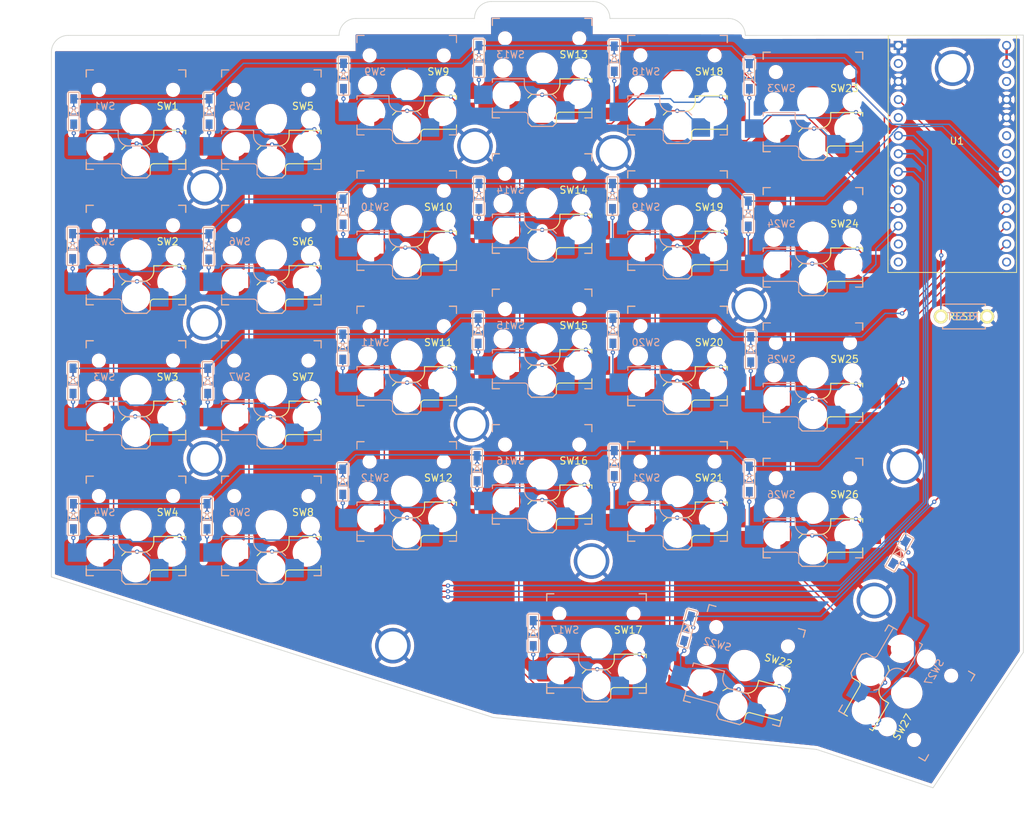
<source format=kicad_pcb>
(kicad_pcb (version 20211014) (generator pcbnew)
  (layers (0 "F.Cu" signal) (31 "B.Cu" signal) (34 "B.Paste" user) (35 "F.Paste" user) (36 "B.SilkS" user "B.Silkscreen") (37 "F.SilkS" user "F.Silkscreen") (38 "B.Mask" user) (39 "F.Mask" user) (44 "Edge.Cuts" user))
  (net 0 "")
  (net 1 "Net-(D1-Pad2)")
  (net 2 "Net-(D2-Pad2)")
  (net 3 "Net-(D3-Pad2)")
  (net 4 "Net-(D4-Pad2)")
  (net 5 "Net-(D5-Pad2)")
  (net 6 "Net-(D6-Pad2)")
  (net 7 "Net-(D7-Pad2)")
  (net 8 "Net-(D8-Pad2)")
  (net 9 "Net-(D9-Pad2)")
  (net 10 "Net-(D10-Pad2)")
  (net 11 "Net-(D11-Pad2)")
  (net 12 "Net-(D12-Pad2)")
  (net 13 "Net-(D13-Pad2)")
  (net 14 "Net-(D14-Pad2)")
  (net 15 "Net-(D15-Pad2)")
  (net 16 "Net-(D16-Pad2)")
  (net 17 "Net-(D17-Pad2)")
  (net 18 "Net-(D18-Pad2)")
  (net 19 "Net-(D19-Pad2)")
  (net 20 "Net-(D20-Pad2)")
  (net 21 "Net-(D21-Pad2)")
  (net 22 "Net-(D22-Pad2)")
  (net 23 "Net-(D23-Pad2)")
  (net 24 "Net-(D24-Pad2)")
  (net 25 "Net-(D25-Pad2)")
  (net 26 "Net-(D26-Pad2)")
  (net 27 "Net-(D27-Pad2)")
  (net 28 "CO0")
  (net 29 "CO1")
  (net 30 "CO2")
  (net 31 "CO3")
  (net 32 "CO4")
  (net 33 "CO5")
  (net 34 "RO0")
  (net 35 "RO1")
  (net 36 "RO2")
  (net 37 "RO3")
  (net 38 "RO4")
  (net 39 "unconnected-(U1-Pad1)")
  (net 40 "GND")
  (net 44 "RST")
  (footprint "kbd:D3_SMD" (layer "F.Cu") (at 136.1 113.3 -90)
    (fp_text reference "D16" hide)
    (fp_text value "D" hide)
  )
  (footprint "" (layer "F.Cu") (at 97.75 111.95)
    (fp_text reference "")
    (fp_text value "")
  )
  (footprint "keyswitches:Kailh_socket_PG1350_reversible" (layer "F.Cu") (at 183.35 118.9)
    (fp_text reference "SW26")
    (fp_text value "SW_Push")
  )
  (footprint "keyswitches:Kailh_socket_PG1350_reversible" (layer "F.Cu") (at 126.2 78.45)
    (fp_text reference "SW10")
    (fp_text value "SW_Push")
  )
  (footprint "kbd:D3_SMD" (layer "F.Cu") (at 79.2 82.05 -90)
    (fp_text reference "D2" hide)
    (fp_text value "D" hide)
  )
  (footprint "" (layer "F.Cu") (at 174.4 90.35)
    (fp_text reference "")
    (fp_text value "")
  )
  (footprint "keyswitches:Kailh_socket_PG1350_reversible" (layer "F.Cu") (at 88.108137 121.4)
    (fp_text reference "SW4")
    (fp_text value "SW_Push")
  )
  (footprint "keyswitches:Kailh_socket_PG1350_reversible" (layer "F.Cu") (at 145.25 114.15)
    (fp_text reference "SW16")
    (fp_text value "SW_Push")
  )
  (footprint "keyswitches:Kailh_socket_PG1350_reversible" (layer "F.Cu") (at 145.25 95.1)
    (fp_text reference "SW15")
    (fp_text value "SW_Push")
  )
  (footprint "keyswitches:Kailh_socket_PG1350_reversible" (layer "F.Cu") (at 183.35 80.8)
    (fp_text reference "SW24")
    (fp_text value "SW_Push")
  )
  (footprint "keyswitches:Kailh_socket_PG1350_reversible" (layer "F.Cu") (at 107.15 102.35)
    (fp_text reference "SW7")
    (fp_text value "SW_Push")
  )
  (footprint "kbd:D3_SMD" (layer "F.Cu") (at 117.25 77.2 -90)
    (fp_text reference "D10" hide)
    (fp_text value "D" hide)
  )
  (footprint "kbd:D3_SMD" (layer "F.Cu") (at 117.3 58.1 -90)
    (fp_text reference "D9" hide)
    (fp_text value "D" hide)
  )
  (footprint "kbd:D3_SMD" (layer "F.Cu") (at 98.4 63.1 -90)
    (fp_text reference "D5" hide)
    (fp_text value "D" hide)
  )
  (footprint "kbd:D3_SMD" (layer "F.Cu") (at 98.1 120.05 -90)
    (fp_text reference "D8" hide)
    (fp_text value "D" hide)
  )
  (footprint "kbd:D3_SMD" (layer "F.Cu") (at 98.35 82.1 -90)
    (fp_text reference "D6" hide)
    (fp_text value "D" hide)
  )
  (footprint "kbd:D3_SMD" (layer "F.Cu") (at 174.25 77.475 -90)
    (fp_text reference "D24" hide)
    (fp_text value "D" hide)
  )
  (footprint "kbd:D3_SMD" (layer "F.Cu") (at 155.4 55.675 -90)
    (fp_text reference "D18" hide)
    (fp_text value "D" hide)
  )
  (footprint "keyswitches:Kailh_socket_PG1350_reversible" (layer "F.Cu") (at 152.9 137.95)
    (fp_text reference "SW17")
    (fp_text value "SW_Push")
  )
  (footprint "kbd:D3_SMD" (layer "F.Cu") (at 155.2 93.95 -90)
    (fp_text reference "D20" hide)
    (fp_text value "D" hide)
  )
  (footprint "" (layer "F.Cu") (at 97.8 73.8)
    (fp_text reference "")
    (fp_text value "")
  )
  (footprint "kbd:D3_SMD" (layer "F.Cu") (at 117.2 115.2 -90)
    (fp_text reference "D12" hide)
    (fp_text value "D" hide)
  )
  (footprint "kbd:D3_SMD" (layer "F.Cu") (at 174.4 114.8 -90)
    (fp_text reference "D26" hide)
    (fp_text value "D" hide)
  )
  (footprint "kbd:D3_SMD" (layer "F.Cu") (at 174.4 58.125 -90)
    (fp_text reference "D23" hide)
    (fp_text value "D" hide)
  )
  (footprint "" (layer "F.Cu") (at 135.3 107.1)
    (fp_text reference "")
    (fp_text value "")
  )
  (footprint "kbd:KakiController" (layer "F.Cu") (at 203.6 67.74)
    (fp_text reference "U1")
    (fp_text value "ProMicro")
  )
  (footprint "kbd:D3_SMD" (layer "F.Cu") (at 136.35 55.6 -90)
    (fp_text reference "D13" hide)
    (fp_text value "D" hide)
  )
  (footprint "" (layer "F.Cu") (at 135.8 67.95)
    (fp_text reference "")
    (fp_text value "")
  )
  (footprint "keyswitches:Kailh_socket_PG1350_reversible" (layer "F.Cu") (at 196.55 144.898501 -120)
    (fp_text reference "SW27")
    (fp_text value "SW_Push")
  )
  (footprint "keyswitches:Kailh_socket_PG1350_reversible" (layer "F.Cu") (at 88.108137 64.25)
    (fp_text reference "SW1")
    (fp_text value "SW_Push")
  )
  (footprint "kbd:D3_SMD" (layer "F.Cu") (at 79.35 63.1 -90)
    (fp_text reference "D1" hide)
    (fp_text value "D" hide)
  )
  (footprint "kbd:D3_SMD" (layer "F.Cu") (at 144 136.5 -90)
    (fp_text reference "D17" hide)
    (fp_text value "D" hide)
  )
  (footprint "keyswitches:Kailh_socket_PG1350_reversible" (layer "F.Cu") (at 145.25 57)
    (fp_text reference "SW13")
    (fp_text value "SW_Push")
  )
  (footprint "kbd:D3_SMD" (layer "F.Cu") (at 155.15 75 -90)
    (fp_text reference "D19" hide)
    (fp_text value "D" hide)
  )
  (footprint "kbd:ResetSW" (layer "F.Cu") (at 204.6 91.94 180)
    (fp_text reference "SW28" hide)
    (fp_text value "SW_PUSH")
  )
  (footprint "keyswitches:Kailh_socket_PG1350_reversible" (layer "F.Cu") (at 164.3 78.45)
    (fp_text reference "SW19")
    (fp_text value "SW_Push")
  )
  (footprint "keyswitches:Kailh_socket_PG1350_reversible" (layer "F.Cu") (at 107.15 64.25)
    (fp_text reference "SW5")
    (fp_text value "SW_Push")
  )
  (footprint "kbd:D3_SMD" (layer "F.Cu") (at 98.2 101 -90)
    (fp_text reference "D7" hide)
    (fp_text value "D" hide)
  )
  (footprint "keyswitches:Kailh_socket_PG1350_reversible" (layer "F.Cu") (at 107.15 121.4)
    (fp_text reference "SW8")
    (fp_text value "SW_Push")
  )
  (footprint "keyswitches:Kailh_socket_PG1350_reversible" (layer "F.Cu") (at 126.2 59.4)
    (fp_text reference "SW9")
    (fp_text value "SW_Push")
  )
  (footprint "" (layer "F.Cu") (at 97.7 92.8)
    (fp_text reference "")
    (fp_text value "")
  )
  (footprint "kbd:D3_SMD" (layer "F.Cu") (at 136.25 93.95 -90)
    (fp_text reference "D15" hide)
    (fp_text value "D" hide)
  )
  (footprint "" (layer "F.Cu") (at 155.3 68.9)
    (fp_text reference "")
    (fp_text value "")
  )
  (footprint "kbd:D3_SMD" (layer "F.Cu") (at 195.5125 125.137195 -120)
    (fp_text reference "D27" hide)
    (fp_text value "D" hide)
  )
  (footprint "keyswitches:Kailh_socket_PG1350_reversible" (layer "F.Cu") (at 88.108137 83.3)
    (fp_text reference "SW2")
    (fp_text value "SW_Push")
  )
  (footprint "kbd:D3_SMD" (layer "F.Cu") (at 165.7 135.85 -105)
    (fp_text reference "D22" hide)
    (fp_text value "D" hide)
  )
  (footprint "keyswitches:Kailh_socket_PG1350_reversible" (layer "F.Cu") (at 183.35 61.75)
    (fp_text reference "SW23")
    (fp_text value "SW_Push")
  )
  (footprint "" (layer "F.Cu") (at 192 131.9)
    (fp_text reference "")
    (fp_text value "")
  )
  (footprint "kbd:D3_SMD" (layer "F.Cu") (at 79.25 101 -90)
    (fp_text reference "D3" hide)
    (fp_text value "D" hide)
  )
  (footprint "keyswitches:Kailh_socket_PG1350_reversible" (layer "F.Cu") (at 107.15 83.3)
    (fp_text reference "SW6")
    (fp_text value "SW_Push")
  )
  (footprint "keyswitches:Kailh_socket_PG1350_reversible" (layer "F.Cu") (at 173.697595 141.05 -15)
    (fp_text reference "SW22")
    (fp_text value "SW_Push")
  )
  (footprint "kbd:D3_SMD" (layer "F.Cu") (at 155.4 112.575 -90)
    (fp_text reference "D21" hide)
    (fp_text value "D" hide)
  )
  (footprint "kbd:D3_SMD" (layer "F.Cu") (at 79.3 120.05 -90)
    (fp_text reference "D4" hide)
    (fp_text value "D" hide)
  )
  (footprint "keyswitches:Kailh_socket_PG1350_reversible" (layer "F.Cu") (at 126.2 116.55)
    (fp_text reference "SW12")
    (fp_text value "SW_Push")
  )
  (footprint "keyswitches:Kailh_socket_PG1350_reversible" (layer "F.Cu") (at 164.3 97.5)
    (fp_text reference "SW20")
    (fp_text value "SW_Push")
  )
  (footprint "keyswitches:Kailh_socket_PG1350_reversible" (layer "F.Cu") (at 183.35 99.85)
    (fp_text reference "SW25")
    (fp_text value "SW_Push")
  )
  (footprint "" (layer "F.Cu") (at 196.2 113)
    (fp_text reference "")
    (fp_text value "")
  )
  (footprint "kbd:D3_SMD" (layer "F.Cu") (at 136.35 75 -90)
    (fp_text reference "D14" hide)
    (fp_text value "D" hide)
  )
  (footprint "" (layer "F.Cu") (at 152.2 126.35)
    (fp_text reference "")
    (fp_text value "")
  )
  (footprint "keyswitches:Kailh_socket_PG1350_reversible" (layer "F.Cu") (at 164.3 59.4)
    (fp_text reference "SW18")
    (fp_text value "SW_Push")
  )
  (footprint "" (layer "F.Cu") (at 124.25 138.25)
    (fp_text reference "")
    (fp_text value "")
  )
  (footprint "keyswitches:Kailh_socket_PG1350_reversible" (layer "F.Cu") (at 126.2 97.5)
    (fp_text reference "SW11")
    (fp_text value "SW_Push")
  )
  (footprint "keyswitches:Kailh_socket_PG1350_reversible" (layer "F.Cu") (at 164.3 116.55)
    (fp_text reference "SW21")
    (fp_text value "SW_Push")
  )
  (footprint "kbd:D3_SMD" (layer "F.Cu") (at 174.6 96.575 -90)
    (fp_text reference "D25" hide)
    (fp_text value "D" hide)
  )
  (footprint "keyswitches:Kailh_socket_PG1350_reversible" (layer "F.Cu") (at 145.25 76.05)
    (fp_text reference "SW14")
    (fp_text value "SW_Push")
  )
  (footprint "keyswitches:Kailh_socket_PG1350_reversible" (layer "F.Cu") (at 88.1 102.35)
    (fp_text reference "SW3")
    (fp_text value "SW_Push")
  )
  (footprint "kbd:D3_SMD" (layer "F.Cu") (at 117.2 96.2 -90)
    (fp_text reference "D11" hide)
    (fp_text value "D" hide)
  )
  (footprint "" (layer "F.Cu") (at 203 57)
    (fp_text reference "")
    (fp_text value "")
  )
  (gr_line (start 135.734157 50.007321) (end 119.06505 50.007321) (layer "Edge.Cuts") (width 0.1))
  (gr_line (start 183.85 152.85) (end 200.25 158.25) (layer "Edge.Cuts") (width 0.1))
  (gr_line (start 171.453672 50.007321) (end 154.784565 50.007321) (layer "Edge.Cuts") (width 0.1))
  (gr_arc (start 152.403264 47.62602) (mid 154.087098 48.323487) (end 154.784565 50.007321) (layer "Edge.Cuts") (width 0.1))
  (gr_line (start 76.201632 54.769923) (end 76.201632 128.590254) (layer "Edge.Cuts") (width 0.1))
  (gr_line (start 152.403264 47.62602) (end 138.115458 47.62602) (layer "Edge.Cuts") (width 0.1))
  (gr_line (start 200.25 158.25) (end 212.95 139.2) (layer "Edge.Cuts") (width 0.1))
  (gr_arc (start 171.453672 50.007321) (mid 173.137506 50.704788) (end 173.834973 52.388622) (layer "Edge.Cuts") (width 0.1))
  (gr_line (start 212.95 139.2) (end 212.95 52.35) (layer "Edge.Cuts") (width 0.1))
  (gr_line (start 116.683749 52.388622) (end 78.582933 52.388622) (layer "Edge.Cuts") (width 0.1))
  (gr_line (start 138.35 148.35) (end 183.85 152.85) (layer "Edge.Cuts") (width 0.1))
  (gr_arc (start 135.734157 50.007321) (mid 136.431624 48.323487) (end 138.115458 47.62602) (layer "Edge.Cuts") (width 0.1))
  (gr_line (start 212.95 52.35) (end 173.834973 52.388622) (layer "Edge.Cuts") (width 0.1))
  (gr_line (start 76.201632 128.590254) (end 138.35 148.35) (layer "Edge.Cuts") (width 0.1))
  (gr_arc (start 76.201632 54.769923) (mid 76.899099 53.086089) (end 78.582933 52.388622) (layer "Edge.Cuts") (width 0.1))
  (gr_arc (start 116.683749 52.388622) (mid 117.381216 50.704788) (end 119.06505 50.007321) (layer "Edge.Cuts") (width 0.1))
  (segment (start 94 65.75) (end 96.295127 68.045127) (width 0.2) (layer "F.Cu") (net 1))
  (segment (start 96.295127 68.045127) (end 96.383137 68.045127) (width 0.2) (layer "F.Cu") (net 1))
  (segment (start 79.35 64.875) (end 79.35 66.15) (width 0.2) (layer "F.Cu") (net 1))
  (via (at 79.35 66.15) (size 0.6) (drill 0.3) (layers "F.Cu" "B.Cu") (net 1))
  (via (at 94 65.75) (size 0.6) (drill 0.3) (layers "F.Cu" "B.Cu") (net 1))
  (segment (start 79.35 66.15) (end 79.35 67.56199) (width 0.2) (layer "B.Cu") (net 1))
  (segment (start 87.08849 66.195126) (end 87.286847 66.393483) (width 0.2) (layer "B.Cu") (net 1))
  (segment (start 87.286847 66.393483) (end 91.856517 66.393483) (width 0.2) (layer "B.Cu") (net 1))
  (segment (start 79.35 64.875) (end 79.35 66.15) (width 0.2) (layer "B.Cu") (net 1))
  (segment (start 92.5 65.75) (end 94 65.75) (width 0.2) (layer "B.Cu") (net 1))
  (segment (start 79.833137 68.045127) (end 81.683138 66.195126) (width 0.2) (layer "B.Cu") (net 1))
  (segment (start 81.683138 66.195126) (end 87.08849 66.195126) (width 0.2) (layer "B.Cu") (net 1))
  (segment (start 79.35 67.56199) (end 79.833137 68.045127) (width 0.2) (layer "B.Cu") (net 1))
  (segment (start 91.856517 66.393483) (end 92.5 65.75) (width 0.2) (layer "B.Cu") (net 1))
  (segment (start 94.2 84.8) (end 96.383137 86.983137) (width 0.2) (layer "F.Cu") (net 2))
  (segment (start 79.2 83.825) (end 79.2 85.2) (width 0.2) (layer "F.Cu") (net 2))
  (via (at 79.2 85.2) (size 0.6) (drill 0.3) (layers "F.Cu" "B.Cu") (net 2))
  (via (at 94.2 84.8) (size 0.6) (drill 0.3) (layers "F.Cu" "B.Cu") (net 2))
  (segment (start 79.2 85.2) (end 79.2 86.462398) (width 0.2) (layer "B.Cu") (net 2))
  (segment (start 87.442956 85.6) (end 91.6 85.6) (width 0.2) (layer "B.Cu") (net 2))
  (segment (start 92.4 84.8) (end 94.2 84.8) (width 0.2) (layer "B.Cu") (net 2))
  (segment (start 79.2 86.462398) (end 79.833137 87.095535) (width 0.2) (layer "B.Cu") (net 2))
  (segment (start 81.728672 85.2) (end 87.042956 85.2) (width 0.2) (layer "B.Cu") (net 2))
  (segment (start 91.6 85.6) (end 92.4 84.8) (width 0.2) (layer "B.Cu") (net 2))
  (segment (start 87.042956 85.2) (end 87.442956 85.6) (width 0.2) (layer "B.Cu") (net 2))
  (segment (start 79.833137 87.095535) (end 81.728672 85.2) (width 0.2) (layer "B.Cu") (net 2))
  (segment (start 79.2 83.825) (end 79.2 85.2) (width 0.2) (layer "B.Cu") (net 2))
  (segment (start 96.375 105.975) (end 96.375 106.1) (width 0.2) (layer "F.Cu") (net 3))
  (segment (start 94.2 103.8) (end 96.375 105.975) (width 0.2) (layer "F.Cu") (net 3))
  (segment (start 79.25 102.775) (end 79.25 103.95) (width 0.2) (layer "F.Cu") (net 3))
  (via (at 79.25 103.95) (size 0.6) (drill 0.3) (layers "F.Cu" "B.Cu") (net 3))
  (via (at 94.2 103.8) (size 0.6) (drill 0.3) (layers "F.Cu" "B.Cu") (net 3))
  (segment (start 87.244855 104.414501) (end 92.185499 104.414501) (width 0.2) (layer "B.Cu") (net 3))
  (segment (start 79.25 103.95) (end 79.25 105.525) (width 0.2) (layer "B.Cu") (net 3))
  (segment (start 79.825 106.1) (end 82.040177 103.884823) (width 0.2) (layer "B.Cu") (net 3))
  (segment (start 92.8 103.8) (end 94.2 103.8) (width 0.2) (layer "B.Cu") (net 3))
  (segment (start 79.25 105.525) (end 79.825 106.1) (width 0.2) (layer "B.Cu") (net 3))
  (segment (start 92.185499 104.414501) (end 92.8 103.8) (width 0.2) (layer "B.Cu") (net 3))
  (segment (start 79.25 102.775) (end 79.25 103.95) (width 0.2) (layer "B.Cu") (net 3))
  (segment (start 82.040177 103.884823) (end 86.715177 103.884823) (width 0.2) (layer "B.Cu") (net 3))
  (segment (start 86.715177 103.884823) (end 87.244855 104.414501) (width 0.2) (layer "B.Cu") (net 3))
  (segment (start 79.3 121.825) (end 79.3 123.1) (width 0.2) (layer "F.Cu") (net 4))
  (segment (start 94.2 122.8) (end 96.383137 124.983137) (width 0.2) (layer "F.Cu") (net 4))
  (via (at 94.2 122.8) (size 0.6) (drill 0.3) (layers "F.Cu" "B.Cu") (net 4))
  (via (at 79.3 123.1) (size 0.6) (drill 0.3) (layers "F.Cu" "B.Cu") (net 4))
  (segment (start 79.3 123.1) (end 79.3 124.616863) (width 0.2) (layer "B.Cu") (net 4))
  (segment (start 87.62092 123.62092) (end 91.77908 123.62092) (width 0.2) (layer "B.Cu") (net 4))
  (segment (start 92.6 122.8) (end 94.2 122.8) (width 0.2) (layer "B.Cu") (net 4))
  (segment (start 79.833137 125.15) (end 81.683138 123.299999) (width 0.2) (layer "B.Cu") (net 4))
  (segment (start 87.299999 123.299999) (end 87.62092 123.62092) (width 0.2) (layer "B.Cu") (net 4))
  (segment (start 91.77908 123.62092) (end 92.6 122.8) (width 0.2) (layer "B.Cu") (net 4))
  (segment (start 79.3 121.825) (end 79.3 123.1) (width 0.2) (layer "B.Cu") (net 4))
  (segment (start 81.683138 123.299999) (end 87.299999 123.299999) (width 0.2) (layer "B.Cu") (net 4))
  (segment (start 79.3 124.616863) (end 79.833137 125.15) (width 0.2) (layer "B.Cu") (net 4))
  (segment (start 115.425 67.825) (end 115.425 67.9) (width 0.2) (layer "F.Cu") (net 5))
  (segment (start 98.4 64.875) (end 98.4 66.1) (width 0.2) (layer "F.Cu") (net 5))
  (segment (start 113.2 65.6) (end 115.425 67.825) (width 0.2) (layer "F.Cu") (net 5))
  (via (at 98.4 66.1) (size 0.6) (drill 0.3) (layers "F.Cu" "B.Cu") (net 5))
  (via (at 113.2 65.6) (size 0.6) (drill 0.3) (layers "F.Cu" "B.Cu") (net 5))
  (segment (start 98.4 67.425) (end 98.9375 67.9625) (width 0.2) (layer "B.Cu") (net 5))
  (segment (start 101.240177 65.659823) (end 105.640177 65.659823) (width 0.2) (layer "B.Cu") (net 5))
  (segment (start 105.640177 65.659823) (end 106.294855 66.314501) (width 0.2) (layer "B.Cu") (net 5))
  (segment (start 98.4 66.1) (end 98.4 67.425) (width 0.2) (layer "B.Cu") (net 5))
  (segment (start 111.385499 66.214501) (end 112 65.6) (width 0.2) (layer "B.Cu") (net 5))
  (segment (start 98.9375 67.9625) (end 101.240177 65.659823) (width 0.2) (layer "B.Cu") (net 5))
  (segment (start 108.005145 66.314501) (end 108.105145 66.214501) (width 0.2) (layer "B.Cu") (net 5))
  (segment (start 98.4 64.875) (end 98.4 66.1) (width 0.2) (layer "B.Cu") (net 5))
  (segment (start 112 65.6) (end 113.2 65.6) (width 0.2) (layer "B.Cu") (net 5))
  (segment (start 106.294855 66.314501) (end 108.005145 66.314501) (width 0.2) (layer "B.Cu") (net 5))
  (segment (start 108.105145 66.214501) (end 111.385499 66.214501) (width 0.2) (layer "B.Cu") (net 5))
  (segment (start 98.35 83.875) (end 98.35 85.05) (width 0.2) (layer "F.Cu") (net 6))
  (segment (start 113.2 84.6) (end 115.433545 86.833545) (width 0.2) (layer "F.Cu") (net 6))
  (via (at 98.35 85.05) (size 0.6) (drill 0.3) (layers "F.Cu" "B.Cu") (net 6))
  (via (at 113.2 84.6) (size 0.6) (drill 0.3) (layers "F.Cu" "B.Cu") (net 6))
  (segment (start 110.2 85.4) (end 111 84.6) (width 0.2) (layer "B.Cu") (net 6))
  (segment (start 98.35 83.875) (end 98.35 85.05) (width 0.2) (layer "B.Cu") (net 6))
  (segment (start 106.330354 85.4) (end 110.2 85.4) (width 0.2) (layer "B.Cu") (net 6))
  (segment (start 106.030353 85.099999) (end 106.330354 85.4) (width 0.2) (layer "B.Cu") (net 6))
  (segment (start 111 84.6) (end 113.2 84.6) (width 0.2) (layer "B.Cu") (net 6))
  (segment (start 98.35 85.05) (end 98.35 86.416455) (width 0.2) (layer "B.Cu") (net 6))
  (segment (start 98.35 86.416455) (end 98.941773 87.008228) (width 0.2) (layer "B.Cu") (net 6))
  (segment (start 98.941773 87.008228) (end 100.850001 85.099999) (width 0.2) (layer "B.Cu") (net 6))
  (segment (start 100.850001 85.099999) (end 106.030353 85.099999) (width 0.2) (layer "B.Cu") (net 6))
  (segment (start 115.425 105.825) (end 115.425 106) (width 0.2) (layer "F.Cu") (net 7))
  (segment (start 113.4 103.8) (end 115.425 105.825) (width 0.2) (layer "F.Cu") (net 7))
  (segment (start 98.2 102.775) (end 98.2 104) (width 0.2) (layer "F.Cu") (net 7))
  (via (at 113.4 103.8) (size 0.6) (drill 0.3) (layers "F.Cu" "B.Cu") (net 7))
  (via (at 98.2 104) (size 0.6) (drill 0.3) (layers "F.Cu" "B.Cu") (net 7))
  (segment (start 100.725001 104.149999) (end 106.149999 104.149999) (width 0.2) (layer "B.Cu") (net 7))
  (segment (start 98.875 106) (end 100.725001 104.149999) (width 0.2) (layer "B.Cu") (net 7))
  (segment (start 98.2 105.325) (end 98.875 106) (width 0.2) (layer "B.Cu") (net 7))
  (segment (start 106.149999 104.149999) (end 106.8 104.8) (width 0.2) (layer "B.Cu") (net 7))
  (segment (start 111.733703 103.8) (end 113.4 103.8) (width 0.2) (layer "B.Cu") (net 7))
  (segment (start 98.2 104) (end 98.2 105.325) (width 0.2) (layer "B.Cu") (net 7))
  (segment (start 110.733703 104.8) (end 111.733703 103.8) (width 0.2) (layer "B.Cu") (net 7))
  (segment (start 106.8 104.8) (end 110.733703 104.8) (width 0.2) (layer "B.Cu") (net 7))
  (segment (start 98.2 102.775) (end 98.2 104) (width 0.2) (layer "B.Cu") (net 7))
  (segment (start 113.2 122.8) (end 115.225 124.825) (width 0.2) (layer "F.Cu") (net 8))
  (segment (start 98.1 121.825) (end 98.1 122.9) (width 0.2) (layer "F.Cu") (net 8))
  (via (at 113.2 122.8) (size 0.6) (drill 0.3) (layers "F.Cu" "B.Cu") (net 8))
  (via (at 98.1 122.9) (size 0.6) (drill 0.3) (layers "F.Cu" "B.Cu") (net 8))
  (segment (start 106.4 123.4) (end 106.199999 123.199999) (width 0.2) (layer "B.Cu") (net 8))
  (segment (start 100.725001 123.199999) (end 98.875 125.05) (width 0.2) (layer "B.Cu") (net 8))
  (segment (start 106.199999 123.199999) (end 100.725001 123.199999) (width 0.2) (layer "B.Cu") (net 8))
  (segment (start 98.1 124.275) (end 98.875 125.05) (width 0.2) (layer "B.Cu") (net 8))
  (segment (start 113.2 122.8) (end 111.6 122.8) (width 0.2) (layer "B.Cu") (net 8))
  (segment (start 98.1 122.9) (end 98.1 124.275) (width 0.2) (layer "B.Cu") (net 8))
  (segment (start 111 123.4) (end 106.4 123.4) (width 0.2) (layer "B.Cu") (net 8))
  (segment (start 111.6 122.8) (end 111 123.4) (width 0.2) (layer "B.Cu") (net 8))
  (segment (start 98.1 121.825) (end 98.1 122.9) (width 0.2) (layer "B.Cu") (net 8))
  (segment (start 117.3 59.875) (end 117.3 61.3) (width 0.2) (layer "F.Cu") (net 9))
  (segment (start 132.4 61) (end 134.475 63.075) (width 0.2) (layer "F.Cu") (net 9))
  (via (at 117.3 61.3) (size 0.6) (drill 0.3) (layers "F.Cu" "B.Cu") (net 9))
  (via (at 132.4 61) (size 0.6) (drill 0.3) (layers "F.Cu" "B.Cu") (net 9))
  (segment (start 119.775001 61.299999) (end 125.299999 61.299999) (width 0.2) (layer "B.Cu") (net 9))
  (segment (start 117.3 62.525) (end 117.925 63.15) (width 0.2) (layer "B.Cu") (net 9))
  (segment (start 129.8 61.6) (end 130.4 61) (width 0.2) (layer "B.Cu") (net 9))
  (segment (start 125.6 61.6) (end 129.4 61.6) (width 0.2) (layer "B.Cu") (net 9))
  (segment (start 117.3 61.3) (end 117.3 62.525) (width 0.2) (layer "B.Cu") (net 9))
  (segment (start 117.3 59.875) (end 117.3 61.3) (width 0.2) (layer "B.Cu") (net 9))
  (segment (start 130.4 61) (end 132.4 61) (width 0.2) (layer "B.Cu") (net 9))
  (segment (start 117.925 63.15) (end 119.775001 61.299999) (width 0.2) (layer "B.Cu") (net 9))
  (segment (start 129.4 61.6) (end 129.8 61.6) (width 0.2) (layer "B.Cu") (net 9))
  (segment (start 125.299999 61.299999) (end 125.6 61.6) (width 0.2) (layer "B.Cu") (net 9))
  (segment (start 132.4 80) (end 134.475 82.075) (width 0.2) (layer "F.Cu") (net 10))
  (segment (start 117.25 78.975) (end 117.25 80.35) (width 0.2) (layer "F.Cu") (net 10))
  (via (at 132.4 80) (size 0.6) (drill 0.3) (layers "F.Cu" "B.Cu") (net 10))
  (via (at 117.25 80.35) (size 0.6) (drill 0.3) (layers "F.Cu" "B.Cu") (net 10))
  (segment (start 125.8 80.8) (end 128.6 80.8) (width 0.2) (layer "B.Cu") (net 10))
  (segment (start 128.6 80.8) (end 129.2 80.8) (width 0.2) (layer "B.Cu") (net 10))
  (segment (start 117.25 78.975) (end 117.25 80.35) (width 0.2) (layer "B.Cu") (net 10))
  (segment (start 130 80) (end 132.4 80) (width 0.2) (layer "B.Cu") (net 10))
  (segment (start 117.25 81.525) (end 117.925 82.2) (width 0.2) (layer "B.Cu") (net 10))
  (segment (start 119.775001 80.349999) (end 125.349999 80.349999) (width 0.2) (layer "B.Cu") (net 10))
  (segment (start 129.2 80.8) (end 130 80) (width 0.2) (layer "B.Cu") (net 10))
  (segment (start 117.925 82.2) (end 119.775001 80.349999) (width 0.2) (layer "B.Cu") (net 10))
  (segment (start 117.25 80.35) (end 117.25 81.525) (width 0.2) (layer "B.Cu") (net 10))
  (segment (start 125.349999 80.349999) (end 125.8 80.8) (width 0.2) (layer "B.Cu") (net 10))
  (segment (start 134.45 101.25) (end 134.475 101.25) (width 0.2) (layer "F.Cu") (net 11))
  (segment (start 132.2 99) (end 134.45 101.25) (width 0.2) (layer "F.Cu") (net 11))
  (segment (start 117.2 97.975) (end 117.2 99.2) (width 0.2) (layer "F.Cu") (net 11))
  (via (at 117.2 99.2) (size 0.6) (drill 0.3) (layers "F.Cu" "B.Cu") (net 11))
  (via (at 132.2 99) (size 0.6) (drill 0.3) (layers "F.Cu" "B.Cu") (net 11))
  (segment (start 130.833703 99) (end 132.2 99) (width 0.2) (layer "B.Cu") (net 11))
  (segment (start 125.4 99.6) (end 130.233703 99.6) (width 0.2) (layer "B.Cu") (net 11))
  (segment (start 130.233703 99.6) (end 130.833703 99) (width 0.2) (layer "B.Cu") (net 11))
  (segment (start 117.2 99.2) (end 117.2 100.525) (width 0.2) (layer "B.Cu") (net 11))
  (segment (start 117.2 97.975) (end 117.2 99.2) (width 0.2) (layer "B.Cu") (net 11))
  (segment (start 117.925 101.25) (end 119.775001 99.399999) (width 0.2) (layer "B.Cu") (net 11))
  (segment (start 117.2 100.525) (end 117.925 101.25) (width 0.2) (layer "B.Cu") (net 11))
  (segment (start 119.775001 99.399999) (end 125.199999 99.399999) (width 0.2) (layer "B.Cu") (net 11))
  (segment (start 125.199999 99.399999) (end 125.4 99.6) (width 0.2) (layer "B.Cu") (net 11))
  (segment (start 132.2 118) (end 134.475 120.275) (width 0.2) (layer "F.Cu") (net 12))
  (segment (start 134.475 120.275) (end 134.475 120.3) (width 0.2) (layer "F.Cu") (net 12))
  (segment (start 117.2 116.975) (end 117.2 118.2) (width 0.2) (layer "F.Cu") (net 12))
  (via (at 132.2 118) (size 0.6) (drill 0.3) (layers "F.Cu" "B.Cu") (net 12))
  (via (at 117.2 118.2) (size 0.6) (drill 0.3) (layers "F.Cu" "B.Cu") (net 12))
  (segment (start 129.4 118.8) (end 130.2 118) (width 0.2) (layer "B.Cu") (net 12))
  (segment (start 117.2 116.975) (end 117.2 118.2) (width 0.2) (layer "B.Cu") (net 12))
  (segment (start 117.925 120.3) (end 119.775001 118.449999) (width 0.2) (layer "B.Cu") (net 12))
  (segment (start 125.249999 118.449999) (end 125.6 118.8) (width 0.2) (layer "B.Cu") (net 12))
  (segment (start 125.6 118.8) (end 129 118.8) (width 0.2) (layer "B.Cu") (net 12))
  (segment (start 119.775001 118.449999) (end 125.249999 118.449999) (width 0.2) (layer "B.Cu") (net 12))
  (segment (start 130.2 118) (end 132.2 118) (width 0.2) (layer "B.Cu") (net 12))
  (segment (start 117.2 118.2) (end 117.2 119.575) (width 0.2) (layer "B.Cu") (net 12))
  (segment (start 129 118.8) (end 129.4 118.8) (width 0.2) (layer "B.Cu") (net 12))
  (segment (start 117.2 119.575) (end 117.925 120.3) (width 0.2) (layer "B.Cu") (net 12))
  (segment (start 136.35 57.375) (end 136.35 58.65) (width 0.2) (layer "F.Cu") (net 13))
  (segment (start 151.4 58.6) (end 151.4 58.625) (width 0.2) (layer "F.Cu") (net 13))
  (segment (start 151.4 58.625) (end 153.525 60.75) (width 0.2) (layer "F.Cu") (net 13))
  (via (at 151.4 58.6) (size 0.6) (drill 0.3) (layers "F.Cu" "B.Cu") (net 13))
  (via (at 136.35 58.65) (size 0.6) (drill 0.3) (layers "F.Cu" "B.Cu") (net 13))
  (segment (start 151.4 58.6) (end 149.783703 58.6) (width 0.2) (layer "B.Cu") (net 13))
  (segment (start 144.6 59.2) (end 144.299999 58.899999) (width 0.2) (layer "B.Cu") (net 13))
  (segment (start 144.299999 58.899999) (end 138.825001 58.899999) (width 0.2) (layer "B.Cu") (net 13))
  (segment (start 149.183703 59.2) (end 144.6 59.2) (width 0.2) (layer "B.Cu") (net 13))
  (segment (start 149.783703 58.6) (end 149.183703 59.2) (width 0.2) (layer "B.Cu") (net 13))
  (segment (start 136.35 60.125) (end 136.975 60.75) (width 0.2) (layer "B.Cu") (net 13))
  (segment (start 138.825001 58.899999) (end 136.975 60.75) (width 0.2) (layer "B.Cu") (net 13))
  (segment (start 136.35 57.375) (end 136.35 58.65) (width 0.2) (layer "B.Cu") (net 13))
  (segment (start 136.35 58.65) (end 136.35 60.125) (width 0.2) (layer "B.Cu") (net 13))
  (segment (start 136.35 76.775) (end 136.35 78.05) (width 0.2) (layer "F.Cu") (net 14))
  (segment (start 151.4 77.6) (end 153.525 79.725) (width 0.2) (layer "F.Cu") (net 14))
  (via (at 151.4 77.6) (size 0.6) (drill 0.3) (layers "F.Cu" "B.Cu") (net 14))
  (via (at 136.35 78.05) (size 0.6) (drill 0.3) (layers "F.Cu" "B.Cu") (net 14))
  (segment (start 136.35 78.05) (end 136.35 79.175) (width 0.2) (layer "B.Cu") (net 14))
  (segment (start 144.230353 77.949999) (end 144.480354 78.2) (width 0.2) (layer "B.Cu") (net 14))
  (segment (start 138.825001 77.949999) (end 144.230353 77.949999) (width 0.2) (layer "B.Cu") (net 14))
  (segment (start 149.8 77.6) (end 151.4 77.6) (width 0.2) (layer "B.Cu") (net 14))
  (segment (start 136.975 79.8) (end 138.825001 77.949999) (width 0.2) (layer "B.Cu") (net 14))
  (segment (start 136.35 76.775) (end 136.35 78.05) (width 0.2) (layer "B.Cu") (net 14))
  (segment (start 149.2 78.2) (end 149.8 77.6) (width 0.2) (layer "B.Cu") (net 14))
  (segment (start 144.480354 78.2) (end 149.2 78.2) (width 0.2) (layer "B.Cu") (net 14))
  (segment (start 136.35 79.175) (end 136.975 79.8) (width 0.2) (layer "B.Cu") (net 14))
  (segment (start 151.4 96.6) (end 153.525 98.725) (width 0.2) (layer "F.Cu") (net 15))
  (segment (start 136.25 95.725) (end 136.25 96.95) (width 0.2) (layer "F.Cu") (net 15))
  (via (at 151.4 96.6) (size 0.6) (drill 0.3) (layers "F.Cu" "B.Cu") (net 15))
  (via (at 136.25 96.95) (size 0.6) (drill 0.3) (layers "F.Cu" "B.Cu") (net 15))
  (segment (start 148.883703 97.6) (end 149.883703 96.6) (width 0.2) (layer "B.Cu") (net 15))
  (segment (start 138.825 97) (end 144.435499 97) (width 0.2) (layer "B.Cu") (net 15))
  (segment (start 145.035499 97.6) (end 148.883703 97.6) (width 0.2) (layer "B.Cu") (net 15))
  (segment (start 144.435499 97) (end 145.035499 97.6) (width 0.2) (layer "B.Cu") (net 15))
  (segment (start 136.975 98.85) (end 138.825 97) (width 0.2) (layer "B.Cu") (net 15))
  (segment (start 136.25 95.725) (end 136.25 96.95) (width 0.2) (layer "B.Cu") (net 15))
  (segment (start 136.25 98.125) (end 136.975 98.85) (width 0.2) (layer "B.Cu") (net 15))
  (segment (start 136.25 96.95) (end 136.25 98.125) (width 0.2) (layer "B.Cu") (net 15))
  (segment (start 149.883703 96.6) (end 151.4 96.6) (width 0.2) (layer "B.Cu") (net 15))
  (segment (start 136.1 115.075) (end 136.1 116.1) (width 0.2) (layer "F.Cu") (net 16))
  (segment (start 151.225 115.6) (end 153.525 117.9) (width 0.2) (layer "F.Cu") (net 16))
  (segment (start 151.2 115.6) (end 151.225 115.6) (width 0.2) (layer "F.Cu") (net 16))
  (via (at 136.1 116.1) (size 0.6) (drill 0.3) (layers "F.Cu" "B.Cu") (net 16))
  (via (at 151.2 115.6) (size 0.6) (drill 0.3) (layers "F.Cu" "B.Cu") (net 16))
  (segment (start 148.6 116.4) (end 144.580354 116.4) (width 0.2) (layer "B.Cu") (net 16))
  (segment (start 151.2 115.6) (end 149.4 115.6) (width 0.2) (layer "B.Cu") (net 16))
  (segment (start 138.825001 116.049999) (end 136.975 117.9) (width 0.2) (layer "B.Cu") (net 16))
  (segment (start 136.1 115.075) (end 136.1 116.1) (width 0.2) (layer "B.Cu") (net 16))
  (segment (start 136.1 116.1) (end 136.1 117.025) (width 0.2) (layer "B.Cu") (net 16))
  (segment (start 144.230353 116.049999) (end 138.825001 116.049999) (width 0.2) (layer "B.Cu") (net 16))
  (segment (start 144.580354 116.4) (end 144.230353 116.049999) (width 0.2) (layer "B.Cu") (net 16))
  (segment (start 136.1 117.025) (end 136.975 117.9) (width 0.2) (layer "B.Cu") (net 16))
  (segment (start 149.4 115.6) (end 148.6 116.4) (width 0.2) (layer "B.Cu") (net 16))
  (segment (start 144 138.275) (end 144 139.5) (width 0.2) (layer "F.Cu") (net 17))
  (segment (start 161.175 141.675) (end 161.175 141.7) (width 0.2) (layer "F.Cu") (net 17))
  (segment (start 158.95 139.45) (end 161.175 141.675) (width 0.2) (layer "F.Cu") (net 17))
  (via (at 158.95 139.45) (size 0.6) (drill 0.3) (layers "F.Cu" "B.Cu") (net 17))
  (via (at 144 139.5) (size 0.6) (drill 0.3) (layers "F.Cu" "B.Cu") (net 17))
  (segment (start 157.05 139.45) (end 156.35 140.15) (width 0.2) (layer "B.Cu") (net 17))
  (segment (start 156.35 140.15) (end 152.35 140.15) (width 0.2) (layer "B.Cu") (net 17))
  (segment (start 146.475001 139.849999) (end 144.625 141.7) (width 0.2) (layer "B.Cu") (net 17))
  (segment (start 158.95 139.45) (end 157.05 139.45) (width 0.2) (layer "B.Cu") (net 17))
  (segment (start 152.049999 139.849999) (end 146.475001 139.849999) (width 0.2) (layer "B.Cu") (net 17))
  (segment (start 152.35 140.15) (end 152.049999 139.849999) (width 0.2) (layer "B.Cu") (net 17))
  (segment (start 144 141.075) (end 144.625 141.7) (width 0.2) (layer "B.Cu") (net 17))
  (segment (start 144 138.275) (end 144 141.075) (width 0.2) (layer "B.Cu") (net 17))
  (segment (start 170.423475 60.998475) (end 172.575 63.15) (width 0.2) (layer "F.Cu") (net 18))
  (segment (start 155.4 57.45) (end 155.4 58.8) (width 0.2) (layer "F.Cu") (net 18))
  (via (at 170.4 60.998475) (size 0.6) (drill 0.3) (layers "F.Cu" "B.Cu") (net 18))
  (via (at 155.4 58.8) (size 0.6) (drill 0.3) (layers "F.Cu" "B.Cu") (net 18))
  (segment (start 167.4 61.8) (end 163.8 61.8) (width 0.2) (layer "B.Cu") (net 18))
  (segment (start 163.8 61.8) (end 163.299999 61.299999) (width 0.2) (layer "B.Cu") (net 18))
  (segment (start 155.4 58.8) (end 155.4 62.525) (width 0.2) (layer "B.Cu") (net 18))
  (segment (start 155.4 57.45) (end 155.4 58.8) (width 0.2) (layer "B.Cu") (net 18))
  (segment (start 163.299999 61.299999) (end 157.875001 61.299999) (width 0.2) (layer "B.Cu") (net 18))
  (segment (start 168.201525 60.998475) (end 167.4 61.8) (width 0.2) (layer "B.Cu") (net 18))
  (segment (start 157.875001 61.299999) (end 156.025 63.15) (width 0.2) (layer "B.Cu") (net 18))
  (segment (start 170.4 60.998475) (end 168.201525 60.998475) (width 0.2) (layer "B.Cu") (net 18))
  (segment (start 155.4 62.525) (end 156.025 63.15) (width 0.2) (layer "B.Cu") (net 18))
  (segment (start 172.575 81.975) (end 172.575 82.2) (width 0.2) (layer "F.Cu") (net 19))
  (segment (start 170.6 80) (end 172.575 81.975) (width 0.2) (layer "F.Cu") (net 19))
  (segment (start 155.15 76.775) (end 155.15 78.05) (width 0.2) (layer "F.Cu") (net 19))
  (via (at 155.15 78.05) (size 0.6) (drill 0.3) (layers "F.Cu" "B.Cu") (net 19))
  (via (at 170.6 80) (size 0.6) (drill 0.3) (layers "F.Cu" "B.Cu") (net 19))
  (segment (start 157.875001 80.349999) (end 163.349999 80.349999) (width 0.2) (layer "B.Cu") (net 19))
  (segment (start 168.883703 80) (end 170.6 80) (width 0.2) (layer "B.Cu") (net 19))
  (segment (start 163.349999 80.349999) (end 164 81) (width 0.2) (layer "B.Cu") (net 19))
  (segment (start 164 81) (end 167.883703 81) (width 0.2) (layer "B.Cu") (net 19))
  (segment (start 167.883703 81) (end 168.883703 80) (width 0.2) (layer "B.Cu") (net 19))
  (segment (start 155.15 81.325) (end 156.025 82.2) (width 0.2) (layer "B.Cu") (net 19))
  (segment (start 156.025 82.2) (end 157.875001 80.349999) (width 0.2) (layer "B.Cu") (net 19))
  (segment (start 155.15 76.775) (end 155.15 78.05) (width 0.2) (layer "B.Cu") (net 19))
  (segment (start 155.15 78.05) (end 155.15 81.325) (width 0.2) (layer "B.Cu") (net 19))
  (segment (start 170.4 99) (end 172.575 101.175) (width 0.2) (layer "F.Cu") (net 20))
  (segment (start 172.575 101.175) (end 172.575 101.25) (width 0.2) (layer "F.Cu") (net 20))
  (segment (start 155.2 95.725) (end 155.2 97) (width 0.2) (layer "F.Cu") (net 20))
  (via (at 170.4 99) (size 0.6) (drill 0.3) (layers "F.Cu" "B.Cu") (net 20))
  (via (at 155.2 97) (size 0.6) (drill 0.3) (layers "F.Cu" "B.Cu") (net 20))
  (segment (start 163.435499 99.4) (end 163.635499 99.6) (width 0.2) (layer "B.Cu") (net 20))
  (segment (start 155.2 95.725) (end 155.2 97) (width 0.2) (layer "B.Cu") (net 20))
  (segment (start 167.8 99.6) (end 168.2 99.6) (width 0.2) (layer "B.Cu") (net 20))
  (segment (start 168.8 99) (end 170.4 99) (width 0.2) (layer "B.Cu") (net 20))
  (segment (start 156.025 101.25) (end 157.875 99.4) (width 0.2) (layer "B.Cu") (net 20))
  (segment (start 157.875 99.4) (end 163.435499 99.4) (width 0.2) (layer "B.Cu") (net 20))
  (segment (start 155.2 97) (end 155.2 100.425) (width 0.2) (layer "B.Cu") (net 20))
  (segment (start 163.635499 99.6) (end 167.8 99.6) (width 0.2) (layer "B.Cu") (net 20))
  (segment (start 155.2 100.425) (end 156.025 101.25) (width 0.2) (layer "B.Cu") (net 20))
  (segment (start 168.2 99.6) (end 168.8 99) (width 0.2) (layer "B.Cu") (net 20))
  (segment (start 170.4 118) (end 172.575 120.175) (width 0.2) (layer "F.Cu") (net 21))
  (segment (start 155.4 114.35) (end 155.4 115.6) (width 0.2) (layer "F.Cu") (net 21))
  (via (at 170.4 118) (size 0.6) (drill 0.3) (layers "F.Cu" "B.Cu") (net 21))
  (via (at 155.4 115.6) (size 0.6) (drill 0.3) (layers "F.Cu" "B.Cu") (net 21))
  (segment (start 155.4 115.6) (end 155.4 119.675) (width 0.2) (layer "B.Cu") (net 21))
  (segment (start 167.4 119) (end 167.6 119) (width 0.2) (layer "B.Cu") (net 21))
  (segment (start 156.025 120.3) (end 157.875001 118.449999) (width 0.2) (layer "B.Cu") (net 21))
  (segment (start 155.4 119.675) (end 156.025 120.3) (width 0.2) (layer "B.Cu") (net 21))
  (segment (start 167.6 119) (end 168.6 118) (width 0.2) (layer "B.Cu") (net 21))
  (segment (start 168.6 118) (end 170.4 118) (width 0.2) (layer "B.Cu") (net 21))
  (segment (start 155.4 114.35) (end 155.4 115.6) (width 0.2) (layer "B.Cu") (net 21))
  (segment (start 164 119) (end 167.4 119) (width 0.2) (layer "B.Cu") (net 21))
  (segment (start 163.449999 118.449999) (end 164 119) (width 0.2) (layer "B.Cu") (net 21))
  (segment (start 157.875001 118.449999) (end 163.449999 118.449999) (width 0.2) (layer "B.Cu") (net 21))
  (segment (start 165.240596 137.564518) (end 165.240596 138.959404) (width 0.2) (layer "F.Cu") (net 22))
  (segment (start 178.6 143.95) (end 180.72006 146.07006) (width 0.2) (layer "F.Cu") (net 22))
  (segment (start 180.72006 146.07006) (end 180.72006 146.813949) (width 0.2) (layer "F.Cu") (net 22))
  (via (at 165.240596 138.959404) (size 0.6) (drill 0.3) (layers "F.Cu" "B.Cu") (net 22))
  (via (at 178.6 143.95) (size 0.6) (drill 0.3) (layers "F.Cu" "B.Cu") (net 22))
  (segment (start 165.795433 141.469048) (end 164.733987 142.530494) (width 0.2) (layer "B.Cu") (net 22))
  (segment (start 178.6 143.95) (end 173.65 143.95) (width 0.2) (layer "B.Cu") (net 22))
  (segment (start 165.240596 138.959404) (end 164.733987 139.466013) (width 0.2) (layer "B.Cu") (net 22))
  (segment (start 164.733987 139.466013) (end 164.733987 142.530494) (width 0.2) (layer "B.Cu") (net 22))
  (segment (start 173.65 143.95) (end 171.169048 141.469048) (width 0.2) (layer "B.Cu") (net 22))
  (segment (start 165.240596 137.564518) (end 165.240596 138.959404) (width 0.2) (layer "B.Cu") (net 22))
  (segment (start 171.169048 141.469048) (end 165.795433 141.469048) (width 0.2) (layer "B.Cu") (net 22))
  (segment (start 174.4 59.9) (end 174.4 61.2) (width 0.2) (layer "F.Cu") (net 23))
  (segment (start 189.4 63.2) (end 191.625 65.425) (width 0.2) (layer "F.Cu") (net 23))
  (via (at 189.4 63.2) (size 0.6) (drill 0.3) (layers "F.Cu" "B.Cu") (net 23))
  (via (at 174.4 61.2) (size 0.6) (drill 0.3) (layers "F.Cu" "B.Cu") (net 23))
  (segment (start 176.925001 63.649999) (end 182.330353 63.649999) (width 0.2) (layer "B.Cu") (net 23))
  (segment (start 174.4 61.2) (end 174.4 64.825) (width 0.2) (layer "B.Cu") (net 23))
  (segment (start 182.680354 64) (end 187 64) (width 0.2) (layer "B.Cu") (net 23))
  (segment (start 187.8 63.2) (end 189.4 63.2) (width 0.2) (layer "B.Cu") (net 23))
  (segment (start 182.330353 63.649999) (end 182.680354 64) (width 0.2) (layer "B.Cu") (net 23))
  (segment (start 187 64) (end 187.6 63.4) (width 0.2) (layer "B.Cu") (net 23))
  (segment (start 187.6 63.4) (end 187.8 63.2) (width 0.2) (layer "B.Cu") (net 23))
  (segment (start 175.075 65.5) (end 176.925001 63.649999) (width 0.2) (layer "B.Cu") (net 23))
  (segment (start 174.4 59.9) (end 174.4 61.2) (width 0.2) (layer "B.Cu") (net 23))
  (segment (start 174.4 64.825) (end 175.075 65.5) (width 0.2) (layer "B.Cu") (net 23))
  (segment (start 189.6 82.4) (end 191.625 84.425) (width 0.2) (layer "F.Cu") (net 24))
  (segment (start 174.25 79.25) (end 174.25 80.35) (width 0.2) (layer "F.Cu") (net 24))
  (segment (start 191.625 84.425) (end 191.625 84.55) (width 0.2) (layer "F.Cu") (net 24))
  (via (at 174.25 80.35) (size 0.6) (drill 0.3) (layers "F.Cu" "B.Cu") (net 24))
  (via (at 189.6 82.4) (size 0.6) (drill 0.3) (layers "F.Cu" "B.Cu") (net 24))
  (segment (start 174.25 79.25) (end 174.25 80.35) (width 0.2) (layer "B.Cu") (net 24))
  (segment (start 174.25 80.35) (end 174.25 83.725) (width 0.2) (layer "B.Cu") (net 24))
  (segment (start 175.075 84.55) (end 176.925001 82.699999) (width 0.2) (layer "B.Cu") (net 24))
  (segment (start 187.2 83) (end 187.8 82.4) (width 0.2) (layer "B.Cu") (net 24))
  (segment (start 187.8 82.4) (end 189.6 82.4) (width 0.2) (layer "B.Cu") (net 24))
  (segment (start 174.25 83.725) (end 175.075 84.55) (width 0.2) (layer "B.Cu") (net 24))
  (segment (start 176.925001 82.699999) (end 182.499999 82.699999) (width 0.2) (layer "B.Cu") (net 24))
  (segment (start 182.499999 82.699999) (end 182.8 83) (width 0.2) (layer "B.Cu") (net 24))
  (segment (start 182.8 83) (end 187.2 83) (width 0.2) (layer "B.Cu") (net 24))
  (segment (start 174.6 98.35) (end 174.6 99.6) (width 0.2) (layer "F.Cu") (net 25))
  (segment (start 189.4 101.4) (end 191.425 103.425) (width 0.2) (layer "F.Cu") (net 25))
  (via (at 189.4 101.4) (size 0.6) (drill 0.3) (layers "F.Cu" "B.Cu") (net 25))
  (via (at 174.6 99.6) (size 0.6) (drill 0.3) (layers "F.Cu" "B.Cu") (net 25))
  (segment (start 174.6 99.6) (end 174.6 103.125) (width 0.2) (layer "B.Cu") (net 25))
  (segment (start 176.925001 101.749999) (end 175.075 103.6) (width 0.2) (layer "B.Cu") (net 25))
  (segment (start 187 102.2) (end 182.8 102.2) (width 0.2) (layer "B.Cu") (net 25))
  (segment (start 174.6 98.35) (end 174.6 99.6) (width 0.2) (layer "B.Cu") (net 25))
  (segment (start 189.4 101.4) (end 187.8 101.4) (width 0.2) (layer "B.Cu") (net 25))
  (segment (start 174.6 103.125) (end 175.075 103.6) (width 0.2) (layer "B.Cu") (net 25))
  (segment (start 187.8 101.4) (end 187 102.2) (width 0.2) (layer "B.Cu") (net 25))
  (segment (start 182.8 102.2) (end 182.349999 101.749999) (width 0.2) (layer "B.Cu") (net 25))
  (segment (start 182.349999 101.749999) (end 176.925001 101.749999) (width 0.2) (layer "B.Cu") (net 25))
  (segment (start 174.4 116.575) (end 174.4 118) (width 0.2) (layer "F.Cu") (net 26))
  (segment (start 189.4 120.4) (end 191.625 122.625) (width 0.2) (layer "F.Cu") (net 26))
  (via (at 189.4 120.4) (size 0.6) (drill 0.3) (layers "F.Cu" "B.Cu") (net 26))
  (via (at 174.4 118) (size 0.6) (drill 0.3) (layers "F.Cu" "B.Cu") (net 26))
  (segment (start 182.399999 120.799999) (end 176.925001 120.799999) (width 0.2) (layer "B.Cu") (net 26))
  (segment (start 183 121.4) (end 182.399999 120.799999) (width 0.2) (layer "B.Cu") (net 26))
  (segment (start 176.925001 120.799999) (end 175.075 122.65) (width 0.2) (layer "B.Cu") (net 26))
  (segment (start 174.4 118) (end 174.4 121.975) (width 0.2) (layer "B.Cu") (net 26))
  (segment (start 174.4 121.975) (end 175.075 122.65) (width 0.2) (layer "B.Cu") (net 26))
  (segment (start 174.4 116.575) (end 174.4 118) (width 0.2) (layer "B.Cu") (net 26))
  (segment (start 189.4 120.4) (end 187.6 120.4) (width 0.2) (layer "B.Cu") (net 26))
  (segment (start 186.6 121.4) (end 183 121.4) (width 0.2) (layer "B.Cu") (net 26))
  (segment (start 187.6 120.4) (end 186.6 121.4) (width 0.2) (layer "B.Cu") (net 26))
  (segment (start 194.625 126.67439) (end 195.92561 126.67439) (width 0.2) (layer "F.Cu") (net 27))
  (segment (start 192.1 149.6) (end 192.4 149.3) (width 0.2) (layer "F.Cu") (net 27))
  (segment (start 189.164905 150.189861) (end 189.754766 149.6) (width 0.2) (layer "F.Cu") (net 27))
  (segment (start 189.754766 149.6) (end 192.1 149.6) (width 0.2) (layer "F.Cu") (net 27))
  (via (at 192.4 149.3) (size 0.6) (drill 0.3) (layers "F.Cu" "B.Cu") (net 27))
  (via (at 195.92561 126.67439) (size 0.6) (drill 0.3) (layers "F.Cu" "B.Cu") (net 27))
  (segment (start 197.652406 140.847594) (end 192.85 145.65) (width 0.2) (layer "B.Cu") (net 27))
  (segment (start 195.92561 126.67439) (end 197.439905 128.188685) (width 0.2) (layer "B.Cu") (net 27))
  (segment (start 197.439905 135.857141) (end 197.652406 136.069642) (width 0.2) (layer "B.Cu") (net 27))
  (segment (start 197.652406 136.069642) (end 197.652406 140.847594) (width 0.2) (layer "B.Cu") (net 27))
  (segment (start 192.85 148.85) (end 192.4 149.3) (width 0.2) (layer "B.Cu") (net 27))
  (segment (start 192.85 145.65) (end 192.85 148.65) (width 0.2) (layer "B.Cu") (net 27))
  (segment (start 192.85 148.65) (end 192.85 148.85) (width 0.2) (layer "B.Cu") (net 27))
  (segment (start 194.625 126.67439) (end 195.92561 126.67439) (width 0.2) (layer "B.Cu") (net 27))
  (segment (start 197.439905 128.188685) (end 197.439905 135.857141) (width 0.2) (layer "B.Cu") (net 27))
  (segment (start 88 106) (end 87.125 106) (width 0.2) (layer "F.Cu") (net 28))
  (segment (start 87.125 106) (end 84.825 108.3) (width 0.2) (layer "F.Cu") (net 28))
  (segment (start 88.2 67.6) (end 87.478264 67.6) (width 0.2) (layer "F.Cu") (net 28))
  (segment (start 87.183137 125) (end 88.257045 125.027606) (width 0.2) (layer "F.Cu") (net 28))
  (segment (start 84.833137 89.295535) (end 87.128672 87) (width 0.2) (layer "F.Cu") (net 28))
  (segment (start 84.833137 127.35) (end 87.183137 125) (width 0.2) (layer "F.Cu") (net 28))
  (segment (start 84.833137 70.245127) (end 84.958138 70.370128) (width 0.2) (layer "F.Cu") (net 28))
  (segment (start 84.958138 127.224999) (end 84.833137 127.35) (width 0.2) (layer "F.Cu") (net 28))
  (segment (start 87.478264 67.6) (end 84.833137 70.245127) (width 0.2) (layer "F.Cu") (net 28))
  (segment (start 87.128672 87) (end 88.25 87) (width 0.2) (layer "F.Cu") (net 28))
  (segment (start 88.883137 131.4) (end 84.833137 127.35) (width 0.2) (layer "F.Cu") (net 28))
  (segment (start 132 131.4) (end 88.883137 131.4) (width 0.2) (layer "F.Cu") (net 28))
  (segment (start 84.958138 70.370128) (end 84.958138 127.224999) (width 0.2) (layer "F.Cu") (net 28))
  (via (at 132 131.4) (size 0.6) (drill 0.3) (layers "F.Cu" "B.Cu") (net 28))
  (via (at 88.257045 125.027606) (size 0.6) (drill 0.3) (layers "F.Cu" "B.Cu") (net 28))
  (via (at 88.25 87) (size 0.6) (drill 0.3) (layers "F.Cu" "B.Cu") (net 28))
  (via (at 88 106) (size 0.6) (drill 0.3) (layers "F.Cu" "B.Cu") (net 28))
  (via (at 88.2 67.6) (size 0.6) (drill 0.3) (layers "F.Cu" "B.Cu") (net 28))
  (segment (start 88.73801 67.6) (end 91.383137 70.245127) (width 0.2) (layer "B.Cu") (net 28))
  (segment (start 89.075 106) (end 88 106) (width 0.2) (layer "B.Cu") (net 28))
  (segment (start 132 131.4) (end 186.6 131.4) (width 0.2) (layer "B.Cu") (net 28))
  (segment (start 88.25 87) (end 89.087602 87) (width 0.2) (layer "B.Cu") (net 28))
  (segment (start 88.257045 125.027606) (end 89.060743 125.027606) (width 0.2) (layer "B.Cu") (net 28))
  (segment (start 88.2 67.6) (end 88.73801 67.6) (width 0.2) (layer "B.Cu") (net 28))
  (segment (start 91.375 108.3) (end 89.075 106) (width 0.2) (layer "B.Cu") (net 28))
  (segment (start 89.087602 87) (end 91.383137 89.295535) (width 0.2) (layer "B.Cu") (net 28))
  (segment (start 199.5 68.5) (end 197.5 66.5) (width 0.2) (layer "B.Cu") (net 28))
  (segment (start 199.5 118.5) (end 199.5 68.5) (width 0.2) (layer "B.Cu") (net 28))
  (segment (start 186.6 131.4) (end 199.5 118.5) (width 0.2) (layer "B.Cu") (net 28))
  (segment (start 197.5 66.5) (end 195.36 66.5) (width 0.2) (layer "B.Cu") (net 28))
  (segment (start 89.060743 125.027606) (end 91.383137 127.35) (width 0.2) (layer "B.Cu") (net 28))
  (segment (start 103.875 127.25) (end 106.125 125) (width 0.2) (layer "F.Cu") (net 29))
  (segment (start 103.875 108.2) (end 106.075 106) (width 0.2) (layer "F.Cu") (net 29))
  (segment (start 104.008546 70.233546) (end 104.008546 127.116454) (width 0.2) (layer "F.Cu") (net 29))
  (segment (start 132 130.6) (end 107.225 130.6) (width 0.2) (layer "F.Cu") (net 29))
  (segment (start 103.875 70.1) (end 106.225 67.75) (width 0.2) (layer "F.Cu") (net 29))
  (segment (start 103.883545 89.15) (end 106.033545 87) (width 0.2) (layer "F.Cu") (net 29))
  (segment (start 107.225 130.6) (end 103.875 127.25) (width 0.2) (layer "F.Cu") (net 29))
  (segment (start 106.033545 87) (end 107.25 87) (width 0.2) (layer "F.Cu") (net 29))
  (segment (start 103.875 70.1) (end 104.008546 70.233546) (width 0.2) (layer "F.Cu") (net 29))
  (segment (start 106.075 106) (end 107 106) (width 0.2) (layer "F.Cu") (net 29))
  (segment (start 106.125 125) (end 107.25 125) (width 0.2) (layer "F.Cu") (net 29))
  (segment (start 106.225 67.75) (end 107.25 67.75) (width 0.2) (layer "F.Cu") (net 29))
  (segment (start 104.008546 127.116454) (end 103.875 127.25) (width 0.2) (layer "F.Cu") (net 29))
  (via (at 107 106) (size 0.6) (drill 0.3) (layers "F.Cu" "B.Cu") (net 29))
  (via (at 107.25 125) (size 0.6) (drill 0.3) (layers "F.Cu" "B.Cu") (net 29))
  (via (at 107.25 67.75) (size 0.6) (drill 0.3) (layers "F.Cu" "B.Cu") (net 29))
  (via (at 107.25 87) (size 0.6) (drill 0.3) (layers "F.Cu" "B.Cu") (net 29))
  (via (at 132 130.6) (size 0.6) (drill 0.3) (layers "F.Cu" "B.Cu") (net 29))
  (segment (start 199.2 70.74) (end 197.5 69.04) (width 0.2) (layer "B.Cu") (net 29))
  (segment (start 110.425 70.1) (end 108.075 67.75) (width 0.2) (layer "B.Cu") (net 29))
  (segment (start 108.075 67.75) (end 107.25 67.75) (width 0.2) (layer "B.Cu") (net 29))
  (segment (start 107.25 125) (end 108.175 125) (width 0.2) (layer "B.Cu") (net 29))
  (segment (start 108.283545 87) (end 110.433545 89.15) (width 0.2) (layer "B.Cu") (net 29))
  (segment (start 108.175 125) (end 110.425 127.25) (width 0.2) (layer "B.Cu") (net 29))
  (segment (start 108.225 106) (end 107 106) (width 0.2) (layer "B.Cu") (net 29))
  (segment (start 199.2 118.2) (end 199.2 70.74) (width 0.2) (layer "B.Cu") (net 29))
  (segment (start 132 130.6) (end 186.8 130.6) (width 0.2) (layer "B.Cu") (net 29))
  (segment (start 107.25 87) (end 108.283545 87) (width 0.2) (layer "B.Cu") (net 29))
  (segment (start 197.5 69.04) (end 195.36 69.04) (width 0.2) (layer "B.Cu") (net 29))
  (segment (start 186.8 130.6) (end 199.2 118.2) (width 0.2) (layer "B.Cu") (net 29))
  (segment (start 110.425 108.2) (end 108.225 106) (width 0.2) (layer "B.Cu") (net 29))
  (segment (start 122.925 65.35) (end 125.275 63) (width 0.2) (layer "F.Cu") (net 30))
  (segment (start 130.225 129.8) (end 122.925 122.5) (width 0.2) (layer "F.Cu") (net 30))
  (segment (start 125.125 101.25) (end 126.25 101.25) (width 0.2) (layer "F.Cu") (net 30))
  (segment (start 122.925 122.5) (end 125.175 120.25) (width 0.2) (layer "F.Cu") (net 30))
  (segment (start 122.925 103.45) (end 125.125 101.25) (width 0.2) (layer "F.Cu") (net 30))
  (segment (start 125.075 82.25) (end 126 82.25) (width 0.2) (layer "F.Cu") (net 30))
  (segment (start 125.175 120.25) (end 126.25 120.25) (width 0.2) (layer "F.Cu") (net 30))
  (segment (start 123.050001 65.475001) (end 123.050001 122.374999) (width 0.2) (layer "F.Cu") (net 30))
  (segment (start 122.925 84.4) (end 125.075 82.25) (width 0.2) (layer "F.Cu") (net 30))
  (segment (start 123.050001 122.374999) (end 122.925 122.5) (width 0.2) (layer "F.Cu") (net 30))
  (segment (start 122.925 65.35) (end 123.050001 65.475001) (width 0.2) (layer "F.Cu") (net 30))
  (segment (start 125.275 63) (end 126.25 63) (width 0.2) (layer "F.Cu") (net 30))
  (segment (start 132 129.8) (end 130.225 129.8) (width 0.2) (layer "F.Cu") (net 30))
  (via (at 126.25 120.25) (size 0.6) (drill 0.3) (layers "F.Cu" "B.Cu") (net 30))
  (via (at 132 129.8) (size 0.6) (drill 0.3) (layers "F.Cu" "B.Cu") (net 30))
  (via (at 126.25 101.25) (size 0.6) (drill 0.3) (layers "F.Cu" "B.Cu") (net 30))
  (via (at 126.25 63) (size 0.6) (drill 0.3) (layers "F.Cu" "B.Cu") (net 30))
  (via (at 126 82.25) (size 0.6) (drill 0.3) (layers "F.Cu" "B.Cu") (net 30))
  (segment (start 129.475 122.5) (end 127.225 120.25) (width 0.2) (layer "B.Cu") (net 30))
  (segment (start 187.175736 129.8) (end 198.9 118.075736) (width 0.2) (layer "B.Cu") (net 30))
  (segment (start 127.125 63) (end 129.475 65.35) (width 0.2) (layer "B.Cu") (net 30))
  (segment (start 127.225 120.25) (end 126.25 120.25) (width 0.2) (layer "B.Cu") (net 30))
  (segment (start 126.25 101.25) (end 127.275 101.25) (width 0.2) (layer "B.Cu") (net 30))
  (segment (start 132 129.8) (end 187.175736 129.8) (width 0.2) (layer "B.Cu") (net 30))
  (segment (start 198.9 118.075736) (end 198.9 72.98) (width 0.2) (layer "B.Cu") (net 30))
  (segment (start 197.5 71.58) (end 195.36 71.58) (width 0.2) (layer "B.Cu") (net 30))
  (segment (start 127.275 101.25) (end 129.475 103.45) (width 0.2) (layer "B.Cu") (net 30))
  (segment (start 198.9 72.98) (end 197.5 71.58) (width 0.2) (layer "B.Cu") (net 30))
  (segment (start 127.325 82.25) (end 126 82.25) (width 0.2) (layer "B.Cu") (net 30))
  (segment (start 126.25 63) (end 127.125 63) (width 0.2) (layer "B.Cu") (net 30))
  (segment (start 129.475 84.4) (end 127.325 82.25) (width 0.2) (layer "B.Cu") (net 30))
  (segment (start 160.180354 60.6) (end 163.444855 57.335499) (width 0.2) (layer "F.Cu") (net 31))
  (segment (start 144.45 143.9) (end 149.625 143.9) (width 0.2) (layer "F.Cu") (net 31))
  (segment (start 141.975 62.95) (end 142.100001 63.075001) (width 0.2) (layer "F.Cu") (net 31))
  (segment (start 141.975 141.425) (end 144.45 143.9) (width 0.2) (layer "F.Cu") (net 31))
  (segment (start 144.325 117.75) (end 145.25 117.75) (width 0.2) (layer "F.Cu") (net 31))
  (segment (start 143.825001 64.800001) (end 155.033702 64.800001) (width 0.2) (layer "F.Cu") (net 31))
  (segment (start 149.625 143.9) (end 151.975 141.55) (width 0.2) (layer "F.Cu") (net 31))
  (segment (start 144.275 98.75) (end 145.25 98.75) (width 0.2) (layer "F.Cu") (net 31))
  (segment (start 175.6 59.6) (end 189.2 59.6) (width 0.2) (layer "F.Cu") (net 31))
  (segment (start 141.975 120.1) (end 144.325 117.75) (width 0.2) (layer "F.Cu") (net 31))
  (segment (start 141.975 62.95) (end 143.825001 64.800001) (width 0.2) (layer "F.Cu") (net 31))
  (segment (start 141.975 82) (end 144.225 79.75) (width 0.2) (layer "F.Cu") (net 31))
  (segment (start 163.444855 57.335499) (end 173.335499 57.335499) (width 0.2) (layer "F.Cu") (net 31))
  (segment (start 141.975 120.1) (end 141.975 141.425) (width 0.2) (layer "F.Cu") (net 31))
  (segment (start 193.2 63.6) (end 193.4 63.8) (width 0.2) (layer "F.Cu") (net 31))
  (segment (start 173.335499 57.335499) (end 175.6 59.6) (width 0.2) (layer "F.Cu") (net 31))
  (segment (start 144.225 79.75) (end 145.25 79.75) (width 0.2) (layer "F.Cu") (net 31))
  (segment (start 141.975 101.05) (end 144.275 98.75) (width 0.2) (layer "F.Cu") (net 31))
  (segment (start 193.4 72.34) (end 195.18 74.12) (width 0.2) (layer "F.Cu") (net 31))
  (segment (start 142.100001 63.075001) (end 142.100001 119.974999) (width 0.2) (layer "F.Cu") (net 31))
  (segment (start 159.233703 60.6) (end 160.180354 60.6) (width 0.2) (layer "F.Cu") (net 31))
  (segment (start 193.4 63.8) (end 193.4 72.34) (width 0.2) (layer "F.Cu") (net 31))
  (segment (start 195.18 74.12) (end 195.36 74.12) (width 0.2) (layer "F.Cu") (net 31))
  (segment (start 189.2 59.6) (end 193.4 63.8) (width 0.2) (layer "F.Cu") (net 31))
  (segment (start 155.033702 64.800001) (end 159.233703 60.6) (width 0.2) (layer "F.Cu") (net 31))
  (segment (start 144.175 60.75) (end 141.975 62.95) (width 0.2) (layer "F.Cu") (net 31))
  (segment (start 145.25 60.75) (end 144.175 60.75) (width 0.2) (layer "F.Cu") (net 31))
  (segment (start 151.975 141.55) (end 153 141.55) (width 0.2) (layer "F.Cu") (net 31))
  (via (at 145.25 79.75) (size 0.6) (drill 0.3) (layers "F.Cu" "B.Cu") (net 31))
  (via (at 145.25 117.75) (size 0.6) (drill 0.3) (layers "F.Cu" "B.Cu") (net 31))
  (via (at 145.25 98.75) (size 0.6) (drill 0.3) (layers "F.Cu" "B.Cu") (net 31))
  (via (at 153 141.55) (size 0.6) (drill 0.3) (layers "F.Cu" "B.Cu") (net 31))
  (via (at 145.25 60.75) (size 0.6) (drill 0.3) (layers "F.Cu" "B.Cu") (net 31))
  (segment (start 146.175 117.75) (end 148.525 120.1) (width 0.2) (layer "B.Cu") (net 31))
  (segment (start 153 141.55) (end 153.825 141.55) (width 0.2) (layer "B.Cu") (net 31))
  (segment (start 145.25 117.75) (end 146.175 117.75) (width 0.2) (layer "B.Cu") (net 31))
  (segment (start 153.825 141.55) (end 156.175 143.9) (width 0.2) (layer "B.Cu") (net 31))
  (segment (start 146.275 79.75) (end 148.525 82) (width 0.2) (layer "B.Cu") (net 31))
  (segment (start 146.325 60.75) (end 145.25 60.75) (width 0.2) (layer "B.Cu") (net 31))
  (segment (start 145.25 79.75) (end 146.275 79.75) (width 0.2) (layer "B.Cu") (net 31))
  (segment (start 146.225 98.75) (end 145.25 98.75) (width 0.2) (layer "B.Cu") (net 31))
  (segment (start 148.525 62.95) (end 146.325 60.75) (width 0.2) (layer "B.Cu") (net 31))
  (segment (start 148.525 101.05) (end 146.225 98.75) (width 0.2) (layer "B.Cu") (net 31))
  (segment (start 183.107107 64.4) (end 185.200001 66.492894) (width 0.2) (layer "F.Cu") (net 32))
  (segment (start 161.150001 65.475001) (end 161.150001 122.374999) (width 0.2) (layer "F.Cu") (net 32))
  (segment (start 161.025 122.5) (end 163.2 124.675) (width 0.2) (layer "F.Cu") (net 32))
  (segment (start 164.25 120.25) (end 163.275 120.25) (width 0.2) (layer "F.Cu") (net 32))
  (segment (start 193.26 76.66) (end 195.36 76.66) (width 0.2) (layer "F.Cu") (net 32))
  (segment (start 167.648356 145.949626) (end 168.994215 145.949626) (width 0.2) (layer "F.Cu") (net 32))
  (segment (start 161.025 65.35) (end 162.875001 67.200001) (width 0.2) (layer "F.Cu") (net 32))
  (segment (start 177.633703 63.6) (end 182.280354 63.6) (width 0.2) (layer "F.Cu") (net 32))
  (segment (start 164.25 82) (end 163.425 82) (width 0.2) (layer "F.Cu") (net 32))
  (segment (start 168.994215 145.949626) (end 170.543841 144.4) (width 0.2) (layer "F.Cu") (net 32))
  (segment (start 163.275 120.25) (end 161.025 122.5) (width 0.2) (layer "F.Cu") (net 32))
  (segment (start 161.025 103.45) (end 163.475 101) (width 0.2) (layer "F.Cu") (net 32))
  (segment (start 174.033702 67.200001) (end 177.633703 63.6) (width 0.2) (layer "F.Cu") (net 32))
  (segment (start 163.2 124.675) (end 163.2 141.50127) (width 0.2) (layer "F.Cu") (net 32))
  (segment (start 185.200001 68.600001) (end 193.26 76.66) (width 0.2) (layer "F.Cu") (net 32))
  (segment (start 183.080354 64.4) (end 183.107107 64.4) (width 0.2) (layer "F.Cu") (net 32))
  (segment (start 161.025 65.35) (end 161.150001 65.475001) (width 0.2) (layer "F.Cu") (net 32))
  (segment (start 185.200001 66.492894) (end 185.200001 68.600001) (width 0.2) (layer "F.Cu") (net 32))
  (segment (start 163.375 63) (end 164.25 63) (width 0.2) (layer "F.Cu") (net 32))
  (segment (start 163.2 141.50127) (end 167.648356 145.949626) (width 0.2) (layer "F.Cu") (net 32))
  (segment (start 163.475 101) (end 164.25 101) (width 0.2) (layer "F.Cu") (net 32))
  (segment (start 161.150001 122.374999) (end 161.025 122.5) (width 0.2) (layer "F.Cu") (net 32))
  (segment (start 170.543841 144.4) (end 172.9 144.4) (width 0.2) (layer "F.Cu") (net 32))
  (segment (start 162.875001 67.200001) (end 174.033702 67.200001) (width 0.2) (layer "F.Cu") (net 32))
  (segment (start 182.280354 63.6) (end 183.080354 64.4) (width 0.2) (layer "F.Cu") (net 32))
  (segment (start 163.425 82) (end 161.025 84.4) (width 0.2) (layer "F.Cu") (net 32))
  (segment (start 161.025 65.35) (end 163.375 63) (width 0.2) (layer "F.Cu") (net 32))
  (via (at 172.9 144.4) (size 0.6) (drill 0.3) (layers "F.Cu" "B.Cu") (net 32))
  (via (at 164.25 101) (size 0.6) (drill 0.3) (layers "F.Cu" "B.Cu") (net 32))
  (via (at 164.25 82) (size 0.6) (drill 0.3) (layers "F.Cu" "B.Cu") (net 32))
  (via (at 164.25 120.25) (size 0.6) (drill 0.3) (layers "F.Cu" "B.Cu") (net 32))
  (via (at 164.25 63) (size 0.6) (drill 0.3) (layers "F.Cu" "B.Cu") (net 32))
  (segment (start 167.575 122.5) (end 165.325 120.25) (width 0.2) (layer "B.Cu") (net 32))
  (segment (start 165.175 82) (end 164.25 82) (width 0.2) (layer "B.Cu") (net 32))
  (segment (start 165.125 101) (end 167.575 103.45) (width 0.2) (layer "B.Cu") (net 32))
  (segment (start 164.25 63) (end 165.225 63) (width 0.2) (layer "B.Cu") (net 32))
  (segment (start 175.321029 146.821029) (end 175.321029 147.644891) (width 0.2) (layer "B.Cu") (net 32))
  (segment (start 164.25 101) (end 165.125 101) (width 0.2) (layer "B.Cu") (net 32))
  (segment (start 167.575 84.4) (end 165.175 82) (width 0.2) (layer "B.Cu") (net 32))
  (segment (start 165.225 63) (end 167.575 65.35) (width 0.2) (layer "B.Cu") (net 32))
  (segment (start 172.9 144.4) (end 175.321029 146.821029) (width 0.2) (layer "B.Cu") (net 32))
  (segment (start 165.325 120.25) (end 164.25 120.25) (width 0.2) (layer "B.Cu") (net 32))
  (segment (start 180.075 67.7) (end 180.200001 67.825001) (width 0.2) (layer "F.Cu") (net 33))
  (segment (start 182.175 122.75) (end 183.25 122.75) (width 0.2) (layer "F.Cu") (net 33))
  (segment (start 182.275 65.5) (end 180.075 67.7) (width 0.2) (layer "F.Cu") (net 33))
  (segment (start 180.075 124.85) (end 180.075 127.125) (width 0.2) (layer "F.Cu") (net 33))
  (segment (start 182.375 103.5) (end 183.25 103.5) (width 0.2) (layer "F.Cu") (net 33))
  (segment (start 180.075 105.8) (end 182.375 103.5) (width 0.2) (layer "F.Cu") (net 33))
  (segment (start 180.200001 67.825001) (end 180.200001 124.724999) (width 0.2) (layer "F.Cu") (net 33))
  (segment (start 180.075 124.85) (end 182.175 122.75) (width 0.2) (layer "F.Cu") (net 33))
  (segment (start 180.200001 124.724999) (end 180.075 124.85) (width 0.2) (layer "F.Cu") (net 33))
  (segment (start 193.5 139.552619) (end 193.5 143.45) (width 0.2) (layer "F.Cu") (net 33))
  (segment (start 182.325 84.5) (end 183.25 84.5) (width 0.2) (layer "F.Cu") (net 33))
  (segment (start 180.075 127.125) (end 192.037268 139.087268) (width 0.2) (layer "F.Cu") (net 33))
  (segment (start 192.037268 139.087268) (end 193.034649 139.087268) (width 0.2) (layer "F.Cu") (net 33))
  (segment (start 183.5 65.5) (end 182.275 65.5) (width 0.2) (layer "F.Cu") (net 33))
  (segment (start 180.075 86.75) (end 182.325 84.5) (width 0.2) (layer "F.Cu") (net 33))
  (segment (start 193.034649 139.087268) (end 193.5 139.552619) (width 0.2) (layer "F.Cu") (net 33))
  (via (at 183.25 84.5) (size 0.6) (drill 0.3) (layers "F.Cu" "B.Cu") (net 33))
  (via (at 183.25 103.5) (size 0.6) (drill 0.3) (layers "F.Cu" "B.Cu") (net 33))
  (via (at 183.25 122.75) (size 0.6) (drill 0.3) (layers "F.Cu" "B.Cu") (net 33))
  (via (at 183.5 65.5) (size 0.6) (drill 0.3) (layers "F.Cu" "B.Cu") (net 33))
  (via (at 193.5 143.45) (size 0.6) (drill 0.3) (layers "F.Cu" "B.Cu") (net 33))
  (segment (start 184.325 103.5) (end 183.25 103.5) (width 0.2) (layer "B.Cu") (net 33))
  (segment (start 184.525 122.75) (end 186.625 124.85) (width 0.2) (layer "B.Cu") (net 33))
  (segment (start 184.425 65.5) (end 183.5 65.5) (width 0.2) (layer "B.Cu") (net 33))
  (segment (start 192.2 84.6) (end 192.2 82.4) (width 0.2) (layer "B.Cu") (net 33))
  (segment (start 184.375 84.5) (end 186.625 86.75) (width 0.2) (layer "B.Cu") (net 33))
  (segment (start 183.25 84.5) (end 184.375 84.5) (width 0.2) (layer "B.Cu") (net 33))
  (segment (start 192.190266 144.759734) (end 189.759649 144.759734) (width 0.2) (layer "B.Cu") (net 33))
  (segment (start 190.05 86.75) (end 192.2 84.6) (width 0.2) (layer "B.Cu") (net 33))
  (segment (start 186.625 105.8) (end 184.325 103.5) (width 0.2) (layer "B.Cu") (net 33))
  (segment (start 186.625 86.75) (end 190.05 86.75) (width 0.2) (layer "B.Cu") (net 33))
  (segment (start 192.2 82.4) (end 195.36 79.24) (width 0.2) (layer "B.Cu") (net 33))
  (segment (start 186.625 67.7) (end 184.425 65.5) (width 0.2) (layer "B.Cu") (net 33))
  (segment (start 193.5 143.45) (end 192.190266 144.759734) (width 0.2) (layer "B.Cu") (net 33))
  (segment (start 183.25 122.75) (end 184.525 122.75) (width 0.2) (layer "B.Cu") (net 33))
  (segment (start 155.4 53.9) (end 155.4 55.2) (width 0.2) (layer "F.Cu") (net 34))
  (segment (start 174.4 56.35) (end 174.4 57.6) (width 0.2) (layer "F.Cu") (net 34))
  (segment (start 136.35 53.825) (end 136.35 55.15) (width 0.2) (layer "F.Cu") (net 34))
  (segment (start 79.35 62.6) (end 79.35 61.325) (width 0.2) (layer "F.Cu") (net 34))
  (segment (start 98.4 61.325) (end 98.4 62.6) (width 0.2) (layer "F.Cu") (net 34))
  (segment (start 117.3 56.325) (end 117.3 57.5) (width 0.2) (layer "F.Cu") (net 34))
  (via (at 136.35 55.15) (size 0.6) (drill 0.3) (layers "F.Cu" "B.Cu") (net 34))
  (via (at 155.4 55.2) (size 0.6) (drill 0.3) (layers "F.Cu" "B.Cu") (net 34))
  (via (at 79.35 62.6) (size 0.6) (drill 0.3) (layers "F.Cu" "B.Cu") (net 34))
  (via (at 174.4 57.6) (size 0.6) (drill 0.3) (layers "F.Cu" "B.Cu") (net 34))
  (via (at 98.4 62.6) (size 0.6) (drill 0.3) (layers "F.Cu" "B.Cu") (net 34))
  (via (at 117.3 57.5) (size 0.6) (drill 0.3) (layers "F.Cu" "B.Cu") (net 34))
  (segment (start 98.4 62.6) (end 98.4 61.325) (width 0.2) (layer "B.Cu") (net 34))
  (segment (start 133.85 56.325) (end 136.35 53.825) (width 0.2) (layer "B.Cu") (net 34))
  (segment (start 194.5 64.9) (end 202.5 64.9) (width 0.2) (layer "B.Cu") (net 34))
  (segment (start 136.35 53.825) (end 136.35 55.15) (width 0.2) (layer "B.Cu") (net 34))
  (segment (start 103.225 56.325) (end 117.3 56.325) (width 0.2) (layer "B.Cu") (net 34))
  (segment (start 189.415301 57.199864) (end 189.415301 59.815301) (width 0.2) (layer "B.Cu") (net 34))
  (segment (start 155.4 53.9) (end 155.4 55.2) (width 0.2) (layer "B.Cu") (net 34))
  (segment (start 117.3 56.325) (end 133.85 56.325) (width 0.2) (layer "B.Cu") (net 34))
  (segment (start 79.35 61.325) (end 79.35 62.6) (width 0.2) (layer "B.Cu") (net 34))
  (segment (start 174.4 56.35) (end 174.4 57.6) (width 0.2) (layer "B.Cu") (net 34))
  (segment (start 210.78 71.58) (end 210.84 71.64) (width 0.2) (layer "B.Cu") (net 34))
  (segment (start 79.35 61.325) (end 98.4 61.325) (width 0.2) (layer "B.Cu") (net 34))
  (segment (start 187.780437 55.565) (end 189.415301 57.199864) (width 0.2) (layer "B.Cu") (net 34))
  (segment (start 98.4 61.15) (end 103.225 56.325) (width 0.2) (layer "B.Cu") (net 34))
  (segment (start 189.415301 59.815301) (end 194.5 64.9) (width 0.2) (layer "B.Cu") (net 34))
  (segment (start 98.4 61.325) (end 98.4 61.15) (width 0.2) (layer "B.Cu") (net 34))
  (segment (start 117.3 56.325) (end 117.3 57.5) (width 0.2) (layer "B.Cu") (net 34))
  (segment (start 202.5 64.9) (end 209.18 71.58) (width 0.2) (layer "B.Cu") (net 34))
  (segment (start 209.18 71.58) (end 210.78 71.58) (width 0.2) (layer "B.Cu") (net 34))
  (segment (start 155.325 53.825) (end 155.4 53.9) (width 0.2) (layer "B.Cu") (net 34))
  (segment (start 171.95 53.9) (end 174.4 56.35) (width 0.2) (layer "B.Cu") (net 34))
  (segment (start 174.4 56.35) (end 175.185 55.565) (width 0.2) (layer "B.Cu") (net 34))
  (segment (start 175.185 55.565) (end 187.780437 55.565) (width 0.2) (layer "B.Cu") (net 34))
  (segment (start 155.4 53.9) (end 171.95 53.9) (width 0.2) (layer "B.Cu") (net 34))
  (segment (start 136.35 53.825) (end 155.325 53.825) (width 0.2) (layer "B.Cu") (net 34))
  (segment (start 155.15 73.225) (end 155.15 74.55) (width 0.2) (layer "F.Cu") (net 35))
  (segment (start 136.35 73.225) (end 136.35 74.55) (width 0.2) (layer "F.Cu") (net 35))
  (segment (start 79.2 81.6) (end 79.2 80.275) (width 0.2) (layer "F.Cu") (net 35))
  (segment (start 174.25 75.7) (end 174.25 77.15) (width 0.2) (layer "F.Cu") (net 35))
  (segment (start 117.25 75.425) (end 117.25 76.95) (width 0.2) (layer "F.Cu") (net 35))
  (segment (start 98.35 80.325) (end 98.35 81.65) (width 0.2) (layer "F.Cu") (net 35))
  (via (at 155.15 74.55) (size 0.6) (drill 0.3) (layers "F.Cu" "B.Cu") (net 35))
  (via (at 136.35 74.55) (size 0.6) (drill 0.3) (layers "F.Cu" "B.Cu") (net 35))
  (via (at 79.2 81.6) (size 0.6) (drill 0.3) (layers "F.Cu" "B.Cu") (net 35))
  (via (at 117.25 76.95) (size 0.6) (drill 0.3) (layers "F.Cu" "B.Cu") (net 35))
  (via (at 98.35 81.65) (size 0.6) (drill 0.3) (layers "F.Cu" "B.Cu") (net 35))
  (via (at 174.25 77.15) (size 0.6) (drill 0.3) (layers "F.Cu" "B.Cu") (net 35))
  (segment (start 117.25 75.425) (end 117.25 75.25) (width 0.2) (layer "B.Cu") (net 35))
  (segment (start 98.35 80.325) (end 103.25 75.425) (width 0.2) (layer "B.Cu") (net 35))
  (segment (start 171.775 73.225) (end 174.25 75.7) (width 0.2) (layer "B.Cu") (net 35))
  (segment (start 117.25 75.25) (end 119.275 73.225) (width 0.2) (layer "B.Cu") (net 35))
  (segment (start 117.25 75.425) (end 117.25 76.95) (width 0.2) (layer "B.Cu") (net 35))
  (segment (start 155.15 73.225) (end 155.15 74.55) (width 0.2) (layer "B.Cu") (net 35))
  (segment (start 194.525 66.154131) (end 195.479131 65.2) (width 0.2) (layer "B.Cu") (net 35))
  (segment (start 185.1 75.7) (end 194.525 66.275) (width 0.2) (layer "B.Cu") (net 35))
  (segment (start 201.6 65.2) (end 210.52 74.12) (width 0.2) (layer "B.Cu") (net 35))
  (segment (start 136.35 73.225) (end 155.15 73.225) (width 0.2) (layer "B.Cu") (net 35))
  (segment (start 98.3 80.275) (end 98.35 80.325) (width 0.2) (layer "B.Cu") (net 35))
  (segment (start 155.15 73.225) (end 171.775 73.225) (width 0.2) (layer "B.Cu") (net 35))
  (segment (start 194.525 66.275) (end 194.525 66.154131) (width 0.2) (layer "B.Cu") (net 35))
  (segment (start 174.25 75.7) (end 174.25 77.15) (width 0.2) (layer "B.Cu") (net 35))
  (segment (start 136.35 73.225) (end 136.35 74.55) (width 0.2) (layer "B.Cu") (net 35))
  (segment (start 174.25 75.7) (end 185.1 75.7) (width 0.2) (layer "B.Cu") (net 35))
  (segment (start 79.2 80.275) (end 98.3 80.275) (width 0.2) (layer "B.Cu") (net 35))
  (segment (start 195.479131 65.2) (end 201.6 65.2) (width 0.2) (layer "B.Cu") (net 35))
  (segment (start 119.275 73.225) (end 136.35 73.225) (width 0.2) (layer "B.Cu") (net 35))
  (segment (start 103.25 75.425) (end 117.25 75.425) (width 0.2) (layer "B.Cu") (net 35))
  (segment (start 79.2 80.275) (end 79.2 81.6) (width 0.2) (layer "B.Cu") (net 35))
  (segment (start 210.52 74.12) (end 210.6 74.12) (width 0.2) (layer "B.Cu") (net 35))
  (segment (start 98.35 80.325) (end 98.35 81.65) (width 0.2) (layer "B.Cu") (net 35))
  (segment (start 98.2 100.6) (end 98.2 99.225) (width 0.2) (layer "F.Cu") (net 36))
  (segment (start 117.2 94.425) (end 117.2 95.6) (width 0.2) (layer "F.Cu") (net 36))
  (segment (start 210.6 76.8) (end 210.6 76.66) (width 0.2) (layer "F.Cu") (net 36))
  (segment (start 136.25 92.175) (end 136.25 93.35) (width 0.2) (layer "F.Cu") (net 36))
  (segment (start 195.9 91.5) (end 210.6 76.8) (width 0.2) (layer "F.Cu") (net 36))
  (segment (start 79.25 99.225) (end 79.25 100.55) (width 0.2) (layer "F.Cu") (net 36))
  (segment (start 174.6 94.8) (end 174.6 96.075) (width 0.2) (layer "F.Cu") (net 36))
  (segment (start 155.2 92.175) (end 155.2 93.45) (width 0.2) (layer "F.Cu") (net 36))
  (via (at 174.6 96.075) (size 0.6) (drill 0.3) (layers "F.Cu" "B.Cu") (net 36))
  (via (at 117.2 95.6) (size 0.6) (drill 0.3) (layers "F.Cu" "B.Cu") (net 36))
  (via (at 195.9 91.5) (size 0.6) (drill 0.3) (layers "F.Cu" "B.Cu") (net 36))
  (via (at 79.25 100.55) (size 0.6) (drill 0.3) (layers "F.Cu" "B.Cu") (net 36))
  (via (at 155.2 93.45) (size 0.6) (drill 0.3) (layers "F.Cu" "B.Cu") (net 36))
  (via (at 136.25 93.35) (size 0.6) (drill 0.3) (layers "F.Cu" "B.Cu") (net 36))
  (via (at 98.2 100.6) (size 0.6) (drill 0.3) (layers "F.Cu" "B.Cu") (net 36))
  (segment (start 155.2 92.175) (end 155.2 93.45) (width 0.2) (layer "B.Cu") (net 36))
  (segment (start 117.2 94.425) (end 131.490437 94.425) (width 0.2) (layer "B.Cu") (net 36))
  (segment (start 79.25 99.225) (end 98.2 99.225) (width 0.2) (layer "B.Cu") (net 36))
  (segment (start 155.2 92.175) (end 169.590437 92.175) (width 0.2) (layer "B.Cu") (net 36))
  (segment (start 136.25 92.175) (end 155.2 92.175) (width 0.2) (layer "B.Cu") (net 36))
  (segment (start 190.2 94.8) (end 174.6 94.8) (width 0.2) (layer "B.Cu") (net 36))
  (segment (start 131.490437 94.425) (end 133.740437 92.175) (width 0.2) (layer "B.Cu") (net 36))
  (segment (start 103 94.425) (end 117.2 94.425) (width 0.2) (layer "B.Cu") (net 36))
  (segment (start 169.590437 92.175) (end 172.215437 94.8) (width 0.2) (layer "B.Cu") (net 36))
  (segment (start 98.2 99.225) (end 98.2 100.6) (width 0.2) (layer "B.Cu") (net 36))
  (segment (start 136.25 92.175) (end 136.25 93.35) (width 0.2) (layer "B.Cu") (net 36))
  (segment (start 79.25 100.55) (end 79.25 99.225) (width 0.2) (layer "B.Cu") (net 36))
  (segment (start 172.215437 94.8) (end 174.6 94.8) (width 0.2) (layer "B.Cu") (net 36))
  (segment (start 193.5 91.5) (end 190.2 94.8) (width 0.2) (layer "B.Cu") (net 36))
  (segment (start 195.9 91.5) (end 193.5 91.5) (width 0.2) (layer "B.Cu") (net 36))
  (segment (start 98.2 99.225) (end 103 94.425) (width 0.2) (layer "B.Cu") (net 36))
  (segment (start 174.6 94.8) (end 174.6 96.075) (width 0.2) (layer "B.Cu") (net 36))
  (segment (start 117.2 95.6) (end 117.2 94.425) (width 0.2) (layer "B.Cu") (net 36))
  (segment (start 133.740437 92.175) (end 136.25 92.175) (width 0.2) (layer "B.Cu") (net 36))
  (segment (start 98.1 118.275) (end 98.1 119.5) (width 0.2) (layer "F.Cu") (net 37))
  (segment (start 117.2 113.425) (end 117.2 114.6) (width 0.2) (layer "F.Cu") (net 37))
  (segment (start 174.4 113.025) (end 174.4 114.3) (width 0.2) (layer "F.Cu") (net 37))
  (segment (start 79.3 119.5) (end 79.3 118.275) (width 0.2) (layer "F.Cu") (net 37))
  (segment (start 136.1 111.525) (end 136.1 112.7) (width 0.2) (layer "F.Cu") (net 37))
  (segment (start 196 101.2) (end 196 93.8) (width 0.2) (layer "F.Cu") (net 37))
  (segment (start 196 93.8) (end 210.54 79.26) (width 0.2) (layer "F.Cu") (net 37))
  (segment (start 155.4 110.8) (end 155.4 111.975) (width 0.2) (layer "F.Cu") (net 37))
  (via (at 174.4 114.3) (size 0.6) (drill 0.3) (layers "F.Cu" "B.Cu") (net 37))
  (via (at 98.1 119.5) (size 0.6) (drill 0.3) (layers "F.Cu" "B.Cu") (net 37))
  (via (at 79.3 119.5) (size 0.6) (drill 0.3) (layers "F.Cu" "B.Cu") (net 37))
  (via (at 136.1 112.7) (size 0.6) (drill 0.3) (layers "F.Cu" "B.Cu") (net 37))
  (via (at 155.4 111.975) (size 0.6) (drill 0.3) (layers "F.Cu" "B.Cu") (net 37))
  (via (at 196 101.2) (size 0.6) (drill 0.3) (layers "F.Cu" "B.Cu") (net 37))
  (via (at 117.2 114.6) (size 0.6) (drill 0.3) (layers "F.Cu" "B.Cu") (net 37))
  (segment (start 136.1 111.525) (end 136.1 112.7) (width 0.2) (layer "B.Cu") (net 37))
  (segment (start 102.775 113.425) (end 117.2 113.425) (width 0.2) (layer "B.Cu") (net 37))
  (segment (start 98.1 118.275) (end 98.1 118.1) (width 0.2) (layer "B.Cu") (net 37))
  (segment (start 184.175 113.025) (end 196 101.2) (width 0.2) (layer "B.Cu") (net 37))
  (segment (start 98.1 118.1) (end 102.775 113.425) (width 0.2) (layer "B.Cu") (net 37))
  (segment (start 182.934131 113.025) (end 184.175 113.025) (width 0.2) (layer "B.Cu") (net 37))
  (segment (start 117.2 113.425) (end 117.2 113.25) (width 0.2) (layer "B.Cu") (net 37))
  (segment (start 98.1 118.275) (end 98.1 119.5) (width 0.2) (layer "B.Cu") (net 37))
  (segment (start 117.2 113.25) (end 119.05 111.4) (width 0.2) (layer "B.Cu") (net 37))
  (segment (start 117.2 113.425) (end 117.2 114.6) (width 0.2) (layer "B.Cu") (net 37))
  (segment (start 153.6 110.8) (end 155.4 110.8) (width 0.2) (layer "B.Cu") (net 37))
  (segment (start 155.4 110.8) (end 155.4 111.975) (width 0.2) (layer "B.Cu") (net 37))
  (segment (start 155.4 110.8) (end 172.175 110.8) (width 0.2) (layer "B.Cu") (net 37))
  (segment (start 119.05 111.4) (end 135.975 111.4) (width 0.2) (layer "B.Cu") (net 37))
  (segment (start 79.3 118.275) (end 79.3 119.5) (width 0.2) (layer "B.Cu") (net 37))
  (segment (start 136.1 111.525) (end 152.875 111.525) (width 0.2) (layer "B.Cu") (net 37))
  (segment (start 152.875 111.525) (end 153.6 110.8) (width 0.2) (layer "B.Cu") (net 37))
  (segment (start 79.3 118.275) (end 98.1 118.275) (width 0.2) (layer "B.Cu") (net 37))
  (segment (start 172.175 110.8) (end 174.4 113.025) (width 0.2) (layer "B.Cu") (net 37))
  (segment (start 174.4 113.025) (end 182.934131 113.025) (width 0.2) (layer "B.Cu") (net 37))
  (segment (start 174.4 113.025) (end 174.4 114.3) (width 0.2) (layer "B.Cu") (net 37))
  (segment (start 135.975 111.4) (end 136.1 111.525) (width 0.2) (layer "B.Cu") (net 37))
  (segment (start 166.159404 135.345096) (end 166.514153 135.699845) (width 0.2) (layer "F.Cu") (net 38))
  (segment (start 200.412132 118.012132) (end 204 114.424264) (width 0.2) (layer "F.Cu") (net 38))
  (segment (start 144 134.725) (end 144 135.875) (width 0.2) (layer "F.Cu") (net 38))
  (segment (start 204 114.424264) (end 204 88.34) (width 0.2) (layer "F.Cu") (net 38))
  (segment (start 204 88.34) (end 210.6 81.74) (width 0.2) (layer "F.Cu") (net 38))
  (segment (start 196.4 123.6) (end 196.4 124.774695) (width 0.2) (layer "F.Cu") (net 38))
  (segment (start 166.159404 134.135482) (end 166.159404 135.345096) (width 0.2) (layer "F.Cu") (net 38))
  (segment (start 196.4 124.774695) (end 196.7625 125.137195) (width 0.2) (layer "F.Cu") (net 38))
  (via (at 196.7625 125.137195) (size 0.6) (drill 0.3) (layers "F.Cu" "B.Cu") (net 38))
  (via (at 200.412132 118.012132) (size 0.6) (drill 0.3) (layers "F.Cu" "B.Cu") (net 38))
  (via (at 166.514153 135.699845) (size 0.6) (drill 0.3) (layers "F.Cu" "B.Cu") (net 38))
  (via (at 144 135.875) (size 0.6) (drill 0.3) (layers "F.Cu" "B.Cu") (net 38))
  (segment (start 196.4 123.6) (end 196.4 122.024264) (width 0.2) (layer "B.Cu") (net 38))
  (segment (start 166.159404 134.135482) (end 184.464518 134.135482) (width 0.2) (layer "B.Cu") (net 38))
  (segment (start 196.4 123.6) (end 196.4 124.774695) (width 0.2) (layer "B.Cu") (net 38))
  (segment (start 196.4 124.774695) (end 196.7625 125.137195) (width 0.2) (layer "B.Cu") (net 38))
  (segment (start 144 134.725) (end 165.569886 134.725) (width 0.2) (layer "B.Cu") (net 38))
  (segment (start 166.159404 135.345096) (end 166.514153 135.699845) (width 0.2) (layer "B.Cu") (net 38))
  (segment (start 165.569886 134.725) (end 166.159404 134.135482) (width 0.2) (layer "B.Cu") (net 38))
  (segment (start 195 123.6) (end 196.4 123.6) (width 0.2) (layer "B.Cu") (net 38))
  (segment (start 144 134.725) (end 144 135.875) (width 0.2) (layer "B.Cu") (net 38))
  (segment (start 196.4 122.024264) (end 200.412132 118.012132) (width 0.2) (layer "B.Cu") (net 38))
  (segment (start 184.464518 134.135482) (end 195 123.6) (width 0.2) (layer "B.Cu") (net 38))
  (segment (start 166.159404 134.135482) (end 166.159404 135.345096) (width 0.2) (layer "B.Cu") (net 38))
  (segment (start 210.6 53.8) (end 210.6 56.34) (width 0.35) (layer "F.Cu") (net 39))
  (segment (start 201.4 67.46) (end 195.36 61.42) (width 0.2) (layer "F.Cu") (net 44))
  (segment (start 201.4 83.34) (end 201.4 67.46) (width 0.2) (layer "F.Cu") (net 44))
  (via (at 201.4 83.34) (size 0.6) (drill 0.3) (layers "F.Cu" "B.Cu") (net 44))
  (segment (start 201.4 83.34) (end 201.35 83.39) (width 0.2) (layer "B.Cu") (net 44))
  (segment (start 201.35 83.39) (end 201.35 91.94) (width 0.2) (layer "B.Cu") (net 44))
  (zone (net 40) (net_name "GND") (layers F&B.Cu) (name "GND") (priority 1) (connect_pads (clearance 0.508)) (min_thickness 0.254) (fill yes (thermal_gap 0.508) (thermal_bridge_width 0.508))
    (polygon (pts (xy 152.353264 52.238622) (xy 212.85 52.3) (xy 213.05 139) (xy 200.3 158.2) (xy 183.9 152.85) (xy 138.334332 148.262645) (xy 76.151632 128.440254) (xy 76.151632 54.619923) (xy 119.01505 54.619923) (xy 119.01505 52.238622) (xy 138.065458 52.238622) (xy 138.065458 49.857321) (xy 152.353264 49.857321)))
  )
)
</source>
